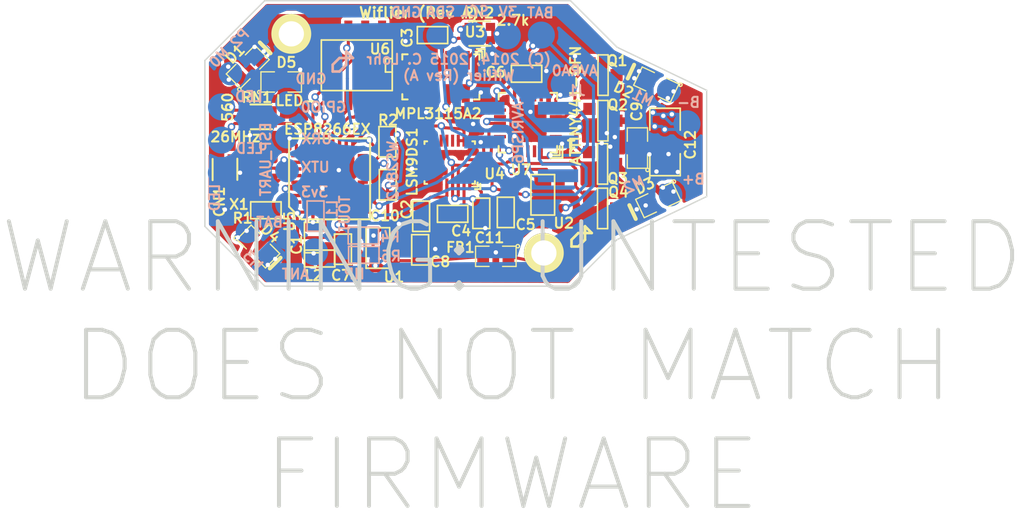
<source format=kicad_pcb>
(kicad_pcb (version 3) (host pcbnew "(2013-jul-07)-stable")
  (title_block (title Wiflier) (rev A))
  (layers (15 F.Cu signal) (0 B.Cu signal) (18 B.Paste user) (19 F.Paste user) (20 B.SilkS user) (21 F.SilkS user) (22 B.Mask user) (23 F.Mask user) (28 Edge.Cuts user))
  (net 0 "")
  (net 1 +3.3V)
  (net 2 +3.3VP)
  (net 3 +BATT)
  (net 4 AVRMISO)
  (net 5 AVRRST)
  (net 6 AVRVCC)
  (net 7 DISABLELV3)
  (net 8 GND)
  (net 9 GP5)
  (net 10 GPIO0)
  (net 11 GPIO2)
  (net 12 M0P)
  (net 13 M1P)
  (net 14 M2P)
  (net 15 M3P)
  (net 16 MTR0)
  (net 17 MTR1)
  (net 18 MTR2)
  (net 19 MTR3)
  (net 20 N-0000011)
  (net 21 N-0000012)
  (net 22 N-0000018)
  (net 23 N-0000020)
  (net 24 N-0000028)
  (net 25 N-0000029)
  (net 26 N-0000030)
  (net 27 N-0000037)
  (net 28 N-0000038)
  (net 29 N-0000040)
  (net 30 N-0000041)
  (net 31 N-0000044)
  (net 32 N-0000045)
  (net 33 N-0000049)
  (net 34 N-0000051)
  (net 35 N-0000052)
  (net 36 N-0000053)
  (net 37 SCL)
  (net 38 SDA)
  (net 39 TOUT)
  (net 40 URX)
  (net 41 UTX)
  (module QFN20 (layer F.Cu) (at 69.74332 58.41746 180)
    (fp_text reference U7 (at 0.5334 -3.48742 180) (layer F.SilkS) (effects (font (size 0.762 0.762) (thickness 0.1524))))
    (fp_text value ATTINY441-QFN (at -3.58648 1.34366 270) (layer F.SilkS) (effects (font (size 0.762 0.762) (thickness 0.1524))))
    (pad 21 smd rect (at 0 0 180) (size 2.75 2.75) (layers F.Cu F.Paste F.Mask) (net 8 GND))
    (pad 1 smd rect (at -2.1 -1 180) (size 0.9 0.25) (layers F.Cu F.Paste F.Mask) (net 37 SCL))
    (pad 2 smd rect (at -2.1 -0.5 180) (size 0.9 0.25) (layers F.Cu F.Paste F.Mask) (net 18 MTR2))
    (pad 3 smd rect (at -2.1 0 180) (size 0.9 0.25) (layers F.Cu F.Paste F.Mask) (net 17 MTR1))
    (pad 4 smd rect (at -2.1 0.5 180) (size 0.9 0.25) (layers F.Cu F.Paste F.Mask) (net 16 MTR0))
    (pad 5 smd rect (at -2.1 1 180) (size 0.9 0.25) (layers F.Cu F.Paste F.Mask) (net 21 N-0000012))
    (pad 6 smd rect (at -1 2.1 270) (size 0.9 0.25) (layers F.Cu F.Paste F.Mask))
    (pad 7 smd rect (at -0.5 2.1 270) (size 0.9 0.25) (layers F.Cu F.Paste F.Mask))
    (pad 8 smd rect (at 0 2.1 270) (size 0.9 0.25) (layers F.Cu F.Paste F.Mask) (net 8 GND))
    (pad 9 smd rect (at 0.5 2.1 270) (size 0.9 0.25) (layers F.Cu F.Paste F.Mask) (net 6 AVRVCC))
    (pad 10 smd rect (at 1 2.1 270) (size 0.9 0.25) (layers F.Cu F.Paste F.Mask))
    (pad 11 smd rect (at 2.1 1) (size 0.9 0.25) (layers F.Cu F.Paste F.Mask))
    (pad 12 smd rect (at 2.1 0.5) (size 0.9 0.25) (layers F.Cu F.Paste F.Mask))
    (pad 13 smd rect (at 2.1 0) (size 0.9 0.25) (layers F.Cu F.Paste F.Mask) (net 5 AVRRST))
    (pad 14 smd rect (at 2.1 -0.5) (size 0.9 0.25) (layers F.Cu F.Paste F.Mask) (net 19 MTR3))
    (pad 15 smd rect (at 2.1 -1) (size 0.9 0.25) (layers F.Cu F.Paste F.Mask) (net 7 DISABLELV3))
    (pad 16 smd rect (at 1 -2.1 90) (size 0.9 0.25) (layers F.Cu F.Paste F.Mask) (net 38 SDA))
    (pad 17 smd rect (at 0.5 -2.1 90) (size 0.9 0.25) (layers F.Cu F.Paste F.Mask))
    (pad 18 smd rect (at 0 -2.1 90) (size 0.9 0.25) (layers F.Cu F.Paste F.Mask))
    (pad 19 smd rect (at -0.5 -2.1 90) (size 0.9 0.25) (layers F.Cu F.Paste F.Mask))
    (pad 20 smd rect (at -1 -2.1 90) (size 0.9 0.25) (layers F.Cu F.Paste F.Mask) (net 4 AVRMISO))
  )
  (module RIBBON6SMT (layer B.Cu) (at 66.4718 57.27954 270)
    (fp_text reference J1 (at -1.33604 -6.9469 360) (layer B.SilkS) (effects (font (size 0.762 0.762) (thickness 0.1524)) (justify mirror)))
    (fp_text value AVRISP6 (at 1.85166 -2.54 270) (layer B.SilkS) (effects (font (size 0.762 0.762) (thickness 0.1524)) (justify mirror)))
    (pad 2 smd rect (at 0 0 270) (size 0.9652 3.0226) (layers B.Cu B.Paste B.Mask) (net 6 AVRVCC))
    (pad 4 smd rect (at 2.54 0 270) (size 0.9652 3.0226) (layers B.Cu B.Paste B.Mask) (net 38 SDA))
    (pad 6 smd rect (at 5.08 0 270) (size 0.9652 3.0226) (layers B.Cu B.Paste B.Mask) (net 8 GND))
    (pad 1 smd rect (at 0 -5.5372 270) (size 0.9652 3.0226) (layers B.Cu B.Paste B.Mask) (net 4 AVRMISO))
    (pad 3 smd rect (at 2.54 -5.5372 270) (size 0.9652 3.0226) (layers B.Cu B.Paste B.Mask) (net 37 SCL))
    (pad 5 smd rect (at 5.08 -5.5372 270) (size 0.9652 3.0226) (layers B.Cu B.Paste B.Mask) (net 5 AVRRST))
  )
  (module XTAL4P (layer F.Cu) (at 50.31486 60.61456 270)
    (fp_text reference X1 (at 3.90144 2.30886 360) (layer F.SilkS) (effects (font (size 0.762 0.762) (thickness 0.1524))))
    (fp_text value 26MHz (at -1.18094 2.56752 360) (layer F.SilkS) (effects (font (size 0.762 0.762) (thickness 0.1524))))
    (pad 4 smd rect (at 0 0 270) (size 1.397 1.1938) (layers F.Cu F.Paste F.Mask) (net 8 GND))
    (pad 1 smd rect (at 0 1.7018 270) (size 1.397 1.1938) (layers F.Cu F.Paste F.Mask) (net 34 N-0000051))
    (pad 3 smd rect (at 2.286 1.7018 270) (size 1.397 1.1938) (layers F.Cu F.Paste F.Mask) (net 8 GND))
    (pad 2 smd rect (at 2.286 0 270) (size 1.397 1.1938) (layers F.Cu F.Paste F.Mask) (net 28 N-0000038))
  )
  (module SOT23GDS (layer F.Cu) (at 75.3872 58.2168 90)
    (fp_text reference Q2 (at 1.1938 1.1176 180) (layer F.SilkS) (effects (font (size 0.762 0.762) (thickness 0.1524))))
    (fp_text value 7A_20V hide)
    (pad S smd rect (at -0.889 -1.016 90) (size 0.9144 0.9144) (layers F.Cu F.Paste F.Mask) (net 8 GND))
    (pad G smd rect (at 0.889 -1.016 90) (size 0.9144 0.9144) (layers F.Cu F.Paste F.Mask) (net 17 MTR1))
    (pad D smd rect (at 0 1.016 90) (size 0.9144 0.9144) (layers F.Cu F.Paste F.Mask) (net 13 M1P))
  )
  (module SOT23GDS (layer F.Cu) (at 75.39736 54.78272 90)
    (fp_text reference Q1 (at 1.08712 1.06934 180) (layer F.SilkS) (effects (font (size 0.762 0.762) (thickness 0.1524))))
    (fp_text value 7A_20V hide)
    (pad S smd rect (at -0.889 -1.016 90) (size 0.9144 0.9144) (layers F.Cu F.Paste F.Mask) (net 8 GND))
    (pad G smd rect (at 0.889 -1.016 90) (size 0.9144 0.9144) (layers F.Cu F.Paste F.Mask) (net 16 MTR0))
    (pad D smd rect (at 0 1.016 90) (size 0.9144 0.9144) (layers F.Cu F.Paste F.Mask) (net 12 M0P))
  )
  (module SOT23GDS (layer F.Cu) (at 75.3618 61.468 90)
    (fp_text reference Q3 (at -1.09982 1.14554 180) (layer F.SilkS) (effects (font (size 0.762 0.762) (thickness 0.1524))))
    (fp_text value 7A_20V hide)
    (pad S smd rect (at -0.889 -1.016 90) (size 0.9144 0.9144) (layers F.Cu F.Paste F.Mask) (net 8 GND))
    (pad G smd rect (at 0.889 -1.016 90) (size 0.9144 0.9144) (layers F.Cu F.Paste F.Mask) (net 18 MTR2))
    (pad D smd rect (at 0 1.016 90) (size 0.9144 0.9144) (layers F.Cu F.Paste F.Mask) (net 14 M2P))
  )
  (module SOT23GDS (layer F.Cu) (at 75.3618 64.8208 90)
    (fp_text reference Q4 (at 1.2192 1.1938 180) (layer F.SilkS) (effects (font (size 0.762 0.762) (thickness 0.1524))))
    (fp_text value 7A_20V hide)
    (pad S smd rect (at -0.889 -1.016 90) (size 0.9144 0.9144) (layers F.Cu F.Paste F.Mask) (net 8 GND))
    (pad G smd rect (at 0.889 -1.016 90) (size 0.9144 0.9144) (layers F.Cu F.Paste F.Mask) (net 19 MTR3))
    (pad D smd rect (at 0 1.016 90) (size 0.9144 0.9144) (layers F.Cu F.Paste F.Mask) (net 15 M3P))
  )
  (module SOT23-5 (layer F.Cu) (at 70.8637 63.7965 90)
    (fp_text reference U2 (at -2.1295 1.5803 180) (layer F.SilkS) (effects (font (size 0.762 0.762) (thickness 0.1524))))
    (fp_text value MCP1824/3.3 hide)
    (pad 1 smd rect (at -0.9525 1.27 90) (size 0.508 0.762) (layers F.Cu F.Paste F.Mask) (net 6 AVRVCC))
    (pad 3 smd rect (at 0.9525 1.27 90) (size 0.508 0.762) (layers F.Cu F.Paste F.Mask) (net 7 DISABLELV3))
    (pad 5 smd rect (at -0.9525 -1.27 90) (size 0.508 0.762) (layers F.Cu F.Paste F.Mask) (net 2 +3.3VP))
    (pad 2 smd rect (at 0 1.27 90) (size 0.508 0.762) (layers F.Cu F.Paste F.Mask) (net 8 GND))
    (pad 4 smd rect (at 0.9525 -1.27 90) (size 0.508 0.762) (layers F.Cu F.Paste F.Mask))
  )
  (module SOT23-5 (layer F.Cu) (at 58.4581 67.80022 90)
    (fp_text reference U1 (at -2.18186 1.21158 180) (layer F.SilkS) (effects (font (size 0.762 0.762) (thickness 0.1524))))
    (fp_text value MCP1824/3.3 hide)
    (pad 1 smd rect (at -0.9525 1.27 90) (size 0.508 0.762) (layers F.Cu F.Paste F.Mask) (net 6 AVRVCC))
    (pad 3 smd rect (at 0.9525 1.27 90) (size 0.508 0.762) (layers F.Cu F.Paste F.Mask) (net 6 AVRVCC))
    (pad 5 smd rect (at -0.9525 -1.27 90) (size 0.508 0.762) (layers F.Cu F.Paste F.Mask) (net 1 +3.3V))
    (pad 2 smd rect (at 0 1.27 90) (size 0.508 0.762) (layers F.Cu F.Paste F.Mask) (net 8 GND))
    (pad 4 smd rect (at 0.9525 -1.27 90) (size 0.508 0.762) (layers F.Cu F.Paste F.Mask))
  )
  (module SO8E (layer F.Cu) (at 56.8706 54.04358 180)
    (fp_text reference U6 (at -1.7421 1.2237 180) (layer F.SilkS) (effects (font (size 0.762 0.762) (thickness 0.1524))))
    (fp_text value W25Q80DV hide)
    (pad 8 smd rect (at -1.905 -2.667 180) (size 0.59944 1.39954) (layers F.Cu F.Paste F.Mask) (net 1 +3.3V))
    (pad 1 smd rect (at -1.905 2.667 180) (size 0.59944 1.39954) (layers F.Cu F.Paste F.Mask) (net 33 N-0000049))
    (pad 7 smd rect (at -0.635 -2.667 180) (size 0.59944 1.39954) (layers F.Cu F.Paste F.Mask) (net 36 N-0000053))
    (pad 6 smd rect (at 0.635 -2.667 180) (size 0.59944 1.39954) (layers F.Cu F.Paste F.Mask) (net 29 N-0000040))
    (pad 5 smd rect (at 1.905 -2.667 180) (size 0.59944 1.39954) (layers F.Cu F.Paste F.Mask) (net 32 N-0000045))
    (pad 2 smd rect (at -0.635 2.667 180) (size 0.59944 1.39954) (layers F.Cu F.Paste F.Mask) (net 31 N-0000044))
    (pad 3 smd rect (at 0.635 2.667 180) (size 0.59944 1.39954) (layers F.Cu F.Paste F.Mask) (net 35 N-0000052))
    (pad 4 smd rect (at 1.905 2.667 180) (size 0.59944 1.39954) (layers F.Cu F.Paste F.Mask) (net 8 GND))
  )
  (module SM1206 (layer F.Cu) (at 80.0608 59.817 90)
    (fp_text reference C12 (at -0.20828 1.905 90) (layer F.SilkS) (effects (font (size 0.762 0.762) (thickness 0.1524))))
    (fp_text value 100uF hide)
    (pad 1 smd rect (at -1.651 0 90) (size 1.524 2.032) (layers F.Cu F.Paste F.Mask) (net 3 +BATT))
    (pad 2 smd rect (at 1.651 0 90) (size 1.524 2.032) (layers F.Cu F.Paste F.Mask) (net 8 GND))
  )
  (module SM0603 (layer F.Cu) (at 54.07914 68.59524)
    (fp_text reference L2 (at -0.45974 1.27762) (layer F.SilkS) (effects (font (size 0.762 0.762) (thickness 0.1524))))
    (fp_text value NP hide)
    (pad 1 smd rect (at -0.762 0) (size 0.635 1.143) (layers F.Cu F.Paste F.Mask) (net 22 N-0000018))
    (pad 2 smd rect (at 0.762 0) (size 0.635 1.143) (layers F.Cu F.Paste F.Mask) (net 8 GND))
  )
  (module SM0603 (layer F.Cu) (at 64.08166 65.22974)
    (fp_text reference C4 (at 0.63754 1.29286) (layer F.SilkS) (effects (font (size 0.762 0.762) (thickness 0.1524))))
    (fp_text value .1u hide)
    (pad 1 smd rect (at -0.762 0) (size 0.635 1.143) (layers F.Cu F.Paste F.Mask) (net 8 GND))
    (pad 2 smd rect (at 0.762 0) (size 0.635 1.143) (layers F.Cu F.Paste F.Mask) (net 25 N-0000029))
  )
  (module SM0603 (layer F.Cu) (at 62.56782 51.76774 180)
    (fp_text reference C3 (at 1.91292 -0.20782 270) (layer F.SilkS) (effects (font (size 0.762 0.762) (thickness 0.1524))))
    (fp_text value .1u hide)
    (pad 1 smd rect (at -0.762 0 180) (size 0.635 1.143) (layers F.Cu F.Paste F.Mask) (net 23 N-0000020))
    (pad 2 smd rect (at 0.762 0 180) (size 0.635 1.143) (layers F.Cu F.Paste F.Mask) (net 8 GND))
  )
  (module SM0603 (layer F.Cu) (at 61.71438 65.41262 90)
    (fp_text reference C2 (at 0.51562 -1.08458 90) (layer F.SilkS) (effects (font (size 0.762 0.762) (thickness 0.1524))))
    (fp_text value 10nF hide)
    (pad 1 smd rect (at -0.762 0 90) (size 0.635 1.143) (layers F.Cu F.Paste F.Mask) (net 8 GND))
    (pad 2 smd rect (at 0.762 0 90) (size 0.635 1.143) (layers F.Cu F.Paste F.Mask) (net 26 N-0000030))
  )
  (module SM0603 (layer F.Cu) (at 68.07708 65.12052 270)
    (fp_text reference C5 (at 0.91948 -1.49352 360) (layer F.SilkS) (effects (font (size 0.762 0.762) (thickness 0.1524))))
    (fp_text value .1u hide)
    (pad 1 smd rect (at -0.762 0 270) (size 0.635 1.143) (layers F.Cu F.Paste F.Mask) (net 2 +3.3VP))
    (pad 2 smd rect (at 0.762 0 270) (size 0.635 1.143) (layers F.Cu F.Paste F.Mask) (net 8 GND))
  )
  (module SM0603 (layer F.Cu) (at 69.64426 54.68112 180)
    (fp_text reference C6 (at 2.33172 0.1143 180) (layer F.SilkS) (effects (font (size 0.762 0.762) (thickness 0.1524))))
    (fp_text value 1u hide)
    (pad 1 smd rect (at -0.762 0 180) (size 0.635 1.143) (layers F.Cu F.Paste F.Mask) (net 8 GND))
    (pad 2 smd rect (at 0.762 0 180) (size 0.635 1.143) (layers F.Cu F.Paste F.Mask) (net 6 AVRVCC))
  )
  (module SM0603 (layer F.Cu) (at 66.24066 65.19164 270)
    (fp_text reference C11 (at 1.83896 -0.61214 360) (layer F.SilkS) (effects (font (size 0.762 0.762) (thickness 0.1524))))
    (fp_text value 10uF hide)
    (pad 1 smd rect (at -0.762 0 270) (size 0.635 1.143) (layers F.Cu F.Paste F.Mask) (net 2 +3.3VP))
    (pad 2 smd rect (at 0.762 0 270) (size 0.635 1.143) (layers F.Cu F.Paste F.Mask) (net 8 GND))
  )
  (module SM0603 (layer B.Cu) (at 53.76672 65.40246 90)
    (fp_text reference L1 (at 0.55626 1.25476 90) (layer B.SilkS) (effects (font (size 0.762 0.762) (thickness 0.1524)) (justify mirror)))
    (fp_text value NP hide)
    (pad 1 smd rect (at -0.762 0 90) (size 0.635 1.143) (layers B.Cu B.Paste B.Mask) (net 20 N-0000011))
    (pad 2 smd rect (at 0.762 0 90) (size 0.635 1.143) (layers B.Cu B.Paste B.Mask) (net 8 GND))
  )
  (module SM0603 (layer F.Cu) (at 59.19978 63.03772 90)
    (fp_text reference C10 (at -2.33934 -0.20574 180) (layer F.SilkS) (effects (font (size 0.762 0.762) (thickness 0.1524))))
    (fp_text value 10uF hide)
    (pad 1 smd rect (at -0.762 0 90) (size 0.635 1.143) (layers F.Cu F.Paste F.Mask) (net 1 +3.3V))
    (pad 2 smd rect (at 0.762 0 90) (size 0.635 1.143) (layers F.Cu F.Paste F.Mask) (net 8 GND))
  )
  (module SM0603 (layer F.Cu) (at 61.63818 67.93992 90)
    (fp_text reference C8 (at -0.89408 1.50622 180) (layer F.SilkS) (effects (font (size 0.762 0.762) (thickness 0.1524))))
    (fp_text value 10uF hide)
    (pad 1 smd rect (at -0.762 0 90) (size 0.635 1.143) (layers F.Cu F.Paste F.Mask) (net 6 AVRVCC))
    (pad 2 smd rect (at 0.762 0 90) (size 0.635 1.143) (layers F.Cu F.Paste F.Mask) (net 8 GND))
  )
  (module SM0603 (layer F.Cu) (at 53.5686 67.01536 270)
    (fp_text reference C1 (at 0.54356 1.22682 270) (layer F.SilkS) (effects (font (size 0.762 0.762) (thickness 0.1524))))
    (fp_text value 5.6pF hide)
    (pad 1 smd rect (at -0.762 0 270) (size 0.635 1.143) (layers F.Cu F.Paste F.Mask) (net 20 N-0000011))
    (pad 2 smd rect (at 0.762 0 270) (size 0.635 1.143) (layers F.Cu F.Paste F.Mask) (net 22 N-0000018))
  )
  (module QFN32 (layer F.Cu) (at 54.8237 62.5972 90)
    (fp_text reference U5 (at -3.19388 -3.01024 90) (layer F.SilkS) (effects (font (size 0.762 0.762) (thickness 0.1524))))
    (fp_text value ESP8266EX (at 3.74032 -0.17306 180) (layer F.SilkS) (effects (font (size 0.762 0.762) (thickness 0.1524))))
    (pad 31 smd rect (at -1.24968 -2.49936 90) (size 0.254 0.762) (layers F.Cu F.Paste F.Mask) (net 30 N-0000041))
    (pad 30 smd rect (at -0.7493 -2.49936 90) (size 0.254 0.762) (layers F.Cu F.Paste F.Mask) (net 1 +3.3V))
    (pad 29 smd rect (at -0.24892 -2.49936 90) (size 0.254 0.762) (layers F.Cu F.Paste F.Mask) (net 1 +3.3V))
    (pad 32 smd rect (at -1.75006 -2.49936 90) (size 0.254 0.762) (layers F.Cu F.Paste F.Mask))
    (pad 1 smd rect (at -2.49936 -1.75006 180) (size 0.254 0.762) (layers F.Cu F.Paste F.Mask) (net 1 +3.3V))
    (pad 2 smd rect (at -2.49936 -1.24968 180) (size 0.254 0.762) (layers F.Cu F.Paste F.Mask) (net 20 N-0000011))
    (pad 3 smd rect (at -2.49936 -0.7493 180) (size 0.254 0.762) (layers F.Cu F.Paste F.Mask) (net 1 +3.3V))
    (pad 4 smd rect (at -2.49936 -0.24892 180) (size 0.254 0.762) (layers F.Cu F.Paste F.Mask) (net 1 +3.3V))
    (pad 5 smd rect (at -2.49936 0.24892 180) (size 0.254 0.762) (layers F.Cu F.Paste F.Mask))
    (pad 6 smd rect (at -2.49936 0.7493 180) (size 0.254 0.762) (layers F.Cu F.Paste F.Mask) (net 39 TOUT))
    (pad 7 smd rect (at -2.49936 1.24968 180) (size 0.254 0.762) (layers F.Cu F.Paste F.Mask) (net 1 +3.3V))
    (pad 8 smd rect (at -2.49936 1.75006 180) (size 0.254 0.762) (layers F.Cu F.Paste F.Mask))
    (pad 16 smd rect (at 1.75006 2.49936 90) (size 0.254 0.762) (layers F.Cu F.Paste F.Mask))
    (pad 9 smd rect (at -1.75006 2.49936 90) (size 0.254 0.762) (layers F.Cu F.Paste F.Mask) (net 37 SCL))
    (pad 10 smd rect (at -1.24968 2.49936 90) (size 0.254 0.762) (layers F.Cu F.Paste F.Mask) (net 38 SDA))
    (pad 11 smd rect (at -0.7493 2.49936 90) (size 0.254 0.762) (layers F.Cu F.Paste F.Mask) (net 1 +3.3V))
    (pad 12 smd rect (at -0.24892 2.49936 90) (size 0.254 0.762) (layers F.Cu F.Paste F.Mask) (net 1 +3.3V))
    (pad 13 smd rect (at 0.24892 2.49936 90) (size 0.254 0.762) (layers F.Cu F.Paste F.Mask) (net 8 GND))
    (pad 14 smd rect (at 0.7493 2.49936 90) (size 0.254 0.762) (layers F.Cu F.Paste F.Mask) (net 11 GPIO2))
    (pad 15 smd rect (at 1.24968 2.49936 90) (size 0.254 0.762) (layers F.Cu F.Paste F.Mask) (net 10 GPIO0))
    (pad 17 smd rect (at 2.49936 1.75006 180) (size 0.254 0.762) (layers F.Cu F.Paste F.Mask) (net 1 +3.3V))
    (pad 18 smd rect (at 2.49936 1.24968 180) (size 0.254 0.762) (layers F.Cu F.Paste F.Mask) (net 36 N-0000053))
    (pad 19 smd rect (at 2.49936 0.7493 180) (size 0.254 0.762) (layers F.Cu F.Paste F.Mask) (net 35 N-0000052))
    (pad 20 smd rect (at 2.49936 0.24892 180) (size 0.254 0.762) (layers F.Cu F.Paste F.Mask) (net 33 N-0000049))
    (pad 21 smd rect (at 2.49936 -0.24892 180) (size 0.254 0.762) (layers F.Cu F.Paste F.Mask) (net 29 N-0000040))
    (pad 22 smd rect (at 2.49936 -0.7493 180) (size 0.254 0.762) (layers F.Cu F.Paste F.Mask) (net 31 N-0000044))
    (pad 23 smd rect (at 2.49936 -1.24968 180) (size 0.254 0.762) (layers F.Cu F.Paste F.Mask) (net 32 N-0000045))
    (pad 24 smd rect (at 2.49936 -1.75006 180) (size 0.254 0.762) (layers F.Cu F.Paste F.Mask) (net 9 GP5))
    (pad 25 smd rect (at 1.75006 -2.49936 90) (size 0.254 0.762) (layers F.Cu F.Paste F.Mask) (net 40 URX))
    (pad 26 smd rect (at 1.24968 -2.49936 90) (size 0.254 0.762) (layers F.Cu F.Paste F.Mask) (net 41 UTX))
    (pad 27 smd rect (at 0.7493 -2.49936 90) (size 0.254 0.762) (layers F.Cu F.Paste F.Mask) (net 34 N-0000051))
    (pad 28 smd rect (at 0.24892 -2.49936 90) (size 0.254 0.762) (layers F.Cu F.Paste F.Mask) (net 28 N-0000038))
    (pad 33 smd rect (at 0 0 90) (size 2.99974 2.99974) (layers F.Cu F.Paste F.Mask) (net 8 GND))
  )
  (module NETWORK0606 (layer F.Cu) (at 46.95444 61.89472 90)
    (fp_text reference CN1 (at -2.42824 -0.4191 90) (layer F.SilkS) (effects (font (size 0.762 0.762) (thickness 0.1524))))
    (fp_text value 10p hide)
    (pad 1 smd rect (at -0.8 -0.5 90) (size 0.7 0.6) (layers F.Cu F.Paste F.Mask) (net 28 N-0000038))
    (pad 2 smd rect (at 0.8 -0.5 90) (size 0.7 0.6) (layers F.Cu F.Paste F.Mask) (net 8 GND))
    (pad 3 smd rect (at -0.8 0.5 90) (size 0.7 0.6) (layers F.Cu F.Paste F.Mask) (net 8 GND))
    (pad 4 smd rect (at 0.8 0.5 90) (size 0.7 0.6) (layers F.Cu F.Paste F.Mask) (net 34 N-0000051))
  )
  (module SMT_1x6 (layer B.Cu) (at 51.6255 60.6933 270)
    (fp_text reference P32 hide)
    (fp_text value ESP_UART (at 0.43434 1.61036 270) (layer B.SilkS) (effects (font (size 0.762 0.762) (thickness 0.1524)) (justify mirror)))
    (pad 1 smd rect (at -6.35 0 270) (size 1.778 1.778) (layers B.Cu B.Paste B.Mask) (net 8 GND))
    (pad 2 smd circle (at -3.81 0 270) (size 1.778 1.778) (layers B.Cu B.Paste B.Mask) (net 10 GPIO0))
    (pad 3 smd circle (at -1.27 0 270) (size 1.778 1.778) (layers B.Cu B.Paste B.Mask) (net 40 URX))
    (pad 4 smd circle (at 1.27 0 270) (size 1.778 1.778) (layers B.Cu B.Paste B.Mask) (net 41 UTX))
    (pad 5 smd circle (at 3.81 0 270) (size 1.778 1.778) (layers B.Cu B.Paste B.Mask) (net 1 +3.3V))
    (pad 6 smd circle (at 6.35 0 270) (size 1.778 1.778) (layers B.Cu B.Paste B.Mask) (net 3 +BATT))
  )
  (module .1SMTPIN (layer B.Cu) (at 53.68798 68.08978)
    (fp_text reference P6 hide)
    (fp_text value ANT (at -1.43002 1.67894) (layer B.SilkS) (effects (font (size 0.762 0.762) (thickness 0.1524)) (justify mirror)))
    (pad 1 smd circle (at 0 0) (size 2.032 2.032) (layers B.Cu B.Paste B.Mask) (net 22 N-0000018))
  )
  (module SMT_1x2 (layer B.Cu) (at 48.26508 53.76672 225)
    (fp_text reference P2 (at -1.099183 1.390144 225) (layer B.SilkS) (effects (font (size 0.762 0.762) (thickness 0.1524)) (justify mirror)))
    (fp_text value M0 (at 1.003993 1.438637 225) (layer B.SilkS) (effects (font (size 0.762 0.762) (thickness 0.1524)) (justify mirror)))
    (pad 1 smd rect (at -1.27 0 225) (size 1.778 1.778) (layers B.Cu B.Paste B.Mask) (net 3 +BATT))
    (pad 2 smd circle (at 1.27 0 225) (size 1.778 1.778) (layers B.Cu B.Paste B.Mask) (net 12 M0P))
  )
  (module SMT_1x2 (layer B.Cu) (at 79.194 55.426 335)
    (fp_text reference P3 hide)
    (fp_text value M1 (at -0.28425 1.306101 335) (layer B.SilkS) (effects (font (size 0.762 0.762) (thickness 0.1524)) (justify mirror)))
    (pad 1 smd rect (at -1.27 0 335) (size 1.778 1.778) (layers B.Cu B.Paste B.Mask) (net 3 +BATT))
    (pad 2 smd circle (at 1.27 0 335) (size 1.778 1.778) (layers B.Cu B.Paste B.Mask) (net 13 M1P))
  )
  (module SMT_1x2 (layer B.Cu) (at 79.3242 64.3128 25)
    (fp_text reference P4 hide)
    (fp_text value M2 (at -0.913549 -1.827285 25) (layer B.SilkS) (effects (font (size 0.762 0.762) (thickness 0.1524)) (justify mirror)))
    (pad 1 smd rect (at -1.27 0 25) (size 1.778 1.778) (layers B.Cu B.Paste B.Mask) (net 3 +BATT))
    (pad 2 smd circle (at 1.27 0 25) (size 1.778 1.778) (layers B.Cu B.Paste B.Mask) (net 14 M2P))
  )
  (module SMT_1x2 (layer B.Cu) (at 49.55032 67.4497 135)
    (fp_text reference P5 hide)
    (fp_text value M3 (at -0.562164 -1.269808 135) (layer B.SilkS) (effects (font (size 0.762 0.762) (thickness 0.1524)) (justify mirror)))
    (pad 1 smd rect (at -1.27 0 135) (size 1.778 1.778) (layers B.Cu B.Paste B.Mask) (net 3 +BATT))
    (pad 2 smd circle (at 1.27 0 135) (size 1.778 1.778) (layers B.Cu B.Paste B.Mask) (net 15 M3P))
  )
  (module .1SMTPIN (layer B.Cu) (at 81.7118 58.4454)
    (fp_text reference P24 hide)
    (fp_text value B- (at 0.12192 -1.61036) (layer B.SilkS) (effects (font (size 0.762 0.762) (thickness 0.1524)) (justify mirror)))
    (pad 1 smd circle (at 0 0) (size 2.032 2.032) (layers B.Cu B.Paste B.Mask) (net 8 GND))
  )
  (module .1SMTPIN (layer B.Cu) (at 81.6102 61.1124)
    (fp_text reference P21 hide)
    (fp_text value B+ (at 0.57912 1.50114) (layer B.SilkS) (effects (font (size 0.762 0.762) (thickness 0.1524)) (justify mirror)))
    (pad 1 smd circle (at 0 0) (size 2.032 2.032) (layers B.Cu B.Paste B.Mask) (net 3 +BATT))
  )
  (module .1SMTPIN (layer B.Cu) (at 57.59704 61.75756)
    (fp_text reference P1 hide)
    (fp_text value WS2812 (at 1.97358 0.21844 90) (layer B.SilkS) (effects (font (size 0.762 0.762) (thickness 0.1524)) (justify mirror)))
    (pad 1 smd circle (at 0 0) (size 2.032 2.032) (layers B.Cu B.Paste B.Mask) (net 11 GPIO2))
  )
  (module HOLE-1.9MM (layer F.Cu) (at 51.944 51.676)
    (fp_text reference P7 hide)
    (fp_text value ~ hide)
    (pad 1 thru_hole circle (at 0 0) (size 3 3) (drill 1.9) (layers *.Cu *.Mask F.SilkS) (net 8 GND))
  )
  (module HOLE-1.9MM (layer F.Cu) (at 70.944 68.176)
    (fp_text reference P8 hide)
    (fp_text value ~ hide)
    (pad 1 thru_hole circle (at 0 0) (size 3 3) (drill 1.9) (layers *.Cu *.Mask F.SilkS) (net 3 +BATT))
  )
  (module SM0603 (layer F.Cu) (at 55.8292 67.8942 270)
    (fp_text reference C7 (at 1.96596 0.14224 360) (layer F.SilkS) (effects (font (size 0.762 0.762) (thickness 0.1524))))
    (fp_text value 1uF hide)
    (pad 1 smd rect (at -0.762 0 270) (size 0.635 1.143) (layers F.Cu F.Paste F.Mask) (net 1 +3.3V))
    (pad 2 smd rect (at 0.762 0 270) (size 0.635 1.143) (layers F.Cu F.Paste F.Mask) (net 8 GND))
  )
  (module .1SMTPIN (layer B.Cu) (at 63.119 51.816)
    (fp_text reference P9 hide)
    (fp_text value SDA (at 0.0762 -1.778) (layer B.SilkS) (effects (font (size 0.762 0.762) (thickness 0.1524)) (justify mirror)))
    (pad 1 smd circle (at 0 0) (size 2.032 2.032) (layers B.Cu B.Paste B.Mask) (net 38 SDA))
  )
  (module .1SMTPIN (layer B.Cu) (at 65.659 51.816)
    (fp_text reference P10 hide)
    (fp_text value SCL (at 0.0762 -1.8288) (layer B.SilkS) (effects (font (size 0.762 0.762) (thickness 0.1524)) (justify mirror)))
    (pad 1 smd circle (at 0 0) (size 2.032 2.032) (layers B.Cu B.Paste B.Mask) (net 37 SCL))
  )
  (module SM0603 (layer F.Cu) (at 50.03292 64.9605)
    (fp_text reference R1 (at -1.74752 0.5969) (layer F.SilkS) (effects (font (size 0.762 0.762) (thickness 0.1524))))
    (fp_text value 12k hide)
    (pad 1 smd rect (at -0.762 0) (size 0.635 1.143) (layers F.Cu F.Paste F.Mask) (net 8 GND))
    (pad 2 smd rect (at 0.762 0) (size 0.635 1.143) (layers F.Cu F.Paste F.Mask) (net 30 N-0000041))
  )
  (module SM0603 (layer F.Cu) (at 59.17438 59.80176 90)
    (fp_text reference R2 (at 1.6284 0.0476 180) (layer F.SilkS) (effects (font (size 0.762 0.762) (thickness 0.1524))))
    (fp_text value 12k hide)
    (pad 1 smd rect (at -0.762 0 90) (size 0.635 1.143) (layers F.Cu F.Paste F.Mask) (net 10 GPIO0))
    (pad 2 smd rect (at 0.762 0 90) (size 0.635 1.143) (layers F.Cu F.Paste F.Mask) (net 1 +3.3V))
  )
  (module .1SMTPIN (layer B.Cu) (at 68.199 51.816)
    (fp_text reference P11 hide)
    (fp_text value 3V (at 0.0508 -1.778) (layer B.SilkS) (effects (font (size 0.762 0.762) (thickness 0.1524)) (justify mirror)))
    (pad 1 smd circle (at 0 0) (size 2.032 2.032) (layers B.Cu B.Paste B.Mask) (net 2 +3.3VP))
  )
  (module .1SMTPIN (layer B.Cu) (at 60.579 51.816)
    (fp_text reference P12 hide)
    (fp_text value GND (at 0 -1.7526) (layer B.SilkS) (effects (font (size 0.762 0.762) (thickness 0.1524)) (justify mirror)))
    (pad 1 smd circle (at 0 0) (size 2.032 2.032) (layers B.Cu B.Paste B.Mask) (net 8 GND))
  )
  (module NETWORK0606 (layer F.Cu) (at 49.694 57.926 180)
    (fp_text reference RN1 (at 0.3418 1.4618 180) (layer F.SilkS) (effects (font (size 0.762 0.762) (thickness 0.1524))))
    (fp_text value 560 (at 2.54144 0.72774 270) (layer F.SilkS) (effects (font (size 0.762 0.762) (thickness 0.1524))))
    (pad 1 smd rect (at -0.8 -0.5 180) (size 0.7 0.6) (layers F.Cu F.Paste F.Mask) (net 9 GP5))
    (pad 2 smd rect (at 0.8 -0.5 180) (size 0.7 0.6) (layers F.Cu F.Paste F.Mask) (net 24 N-0000028))
    (pad 3 smd rect (at -0.8 0.5 180) (size 0.7 0.6) (layers F.Cu F.Paste F.Mask) (net 9 GP5))
    (pad 4 smd rect (at 0.8 0.5 180) (size 0.7 0.6) (layers F.Cu F.Paste F.Mask) (net 27 N-0000037))
  )
  (module .1SMTPIN (layer B.Cu) (at 46.694 59.676)
    (fp_text reference P13 hide)
    (fp_text value LED (at 2.11718 0.62614) (layer B.SilkS) (effects (font (size 0.762 0.762) (thickness 0.1524)) (justify mirror)))
    (pad 1 smd circle (at 0 0) (size 2.032 2.032) (layers B.Cu B.Paste B.Mask) (net 24 N-0000028))
  )
  (module .1SMTPIN (layer B.Cu) (at 46.694 57.176)
    (fp_text reference P14 hide)
    (fp_text value LED (at 2.05876 -0.78292) (layer B.SilkS) (effects (font (size 0.762 0.762) (thickness 0.1524)) (justify mirror)))
    (pad 1 smd circle (at 0 0) (size 2.032 2.032) (layers B.Cu B.Paste B.Mask) (net 27 N-0000037))
  )
  (module .1SMTPIN (layer B.Cu) (at 46.68266 62.13348)
    (fp_text reference P15 hide)
    (fp_text value LED (at -0.51308 1.87198 90) (layer B.SilkS) (effects (font (size 0.762 0.762) (thickness 0.1524)) (justify mirror)))
    (pad 1 smd circle (at 0 0) (size 2.032 2.032) (layers B.Cu B.Paste B.Mask) (net 8 GND))
  )
  (module .1SMTPIN (layer B.Cu) (at 70.75678 51.76774)
    (fp_text reference P16 hide)
    (fp_text value BAT (at -0.07112 -1.67132) (layer B.SilkS) (effects (font (size 0.762 0.762) (thickness 0.1524)) (justify mirror)))
    (pad 1 smd circle (at 0 0) (size 2.032 2.032) (layers B.Cu B.Paste B.Mask) (net 6 AVRVCC))
  )
  (module LGA-24B (layer F.Cu) (at 63.86322 61.36894 180)
    (fp_text reference U4 (at -3.37566 -0.84836 180) (layer F.SilkS) (effects (font (size 0.762 0.762) (thickness 0.1524))))
    (fp_text value LSM9DS1 (at 2.82956 0.05334 270) (layer F.SilkS) (effects (font (size 0.762 0.762) (thickness 0.1524))))
    (pad 1 smd rect (at -1.505 -1.65 270) (size 0.9 0.23) (layers F.Cu F.Paste F.Mask) (net 2 +3.3VP))
    (pad 2 smd rect (at -1.778 -0.645 180) (size 0.9 0.23) (layers F.Cu F.Paste F.Mask) (net 37 SCL))
    (pad 3 smd rect (at -1.778 -0.215 180) (size 0.9 0.23) (layers F.Cu F.Paste F.Mask) (net 2 +3.3VP))
    (pad 4 smd rect (at -1.778 0.215 180) (size 0.9 0.23) (layers F.Cu F.Paste F.Mask) (net 38 SDA))
    (pad 5 smd rect (at -1.778 0.645 180) (size 0.9 0.23) (layers F.Cu F.Paste F.Mask) (net 8 GND))
    (pad 6 smd rect (at -1.505 1.65 270) (size 0.9 0.23) (layers F.Cu F.Paste F.Mask) (net 8 GND))
    (pad 7 smd rect (at -1.075 1.65 270) (size 0.9 0.23) (layers F.Cu F.Paste F.Mask) (net 2 +3.3VP))
    (pad 8 smd rect (at -0.645 1.65 270) (size 0.9 0.23) (layers F.Cu F.Paste F.Mask) (net 2 +3.3VP))
    (pad 9 smd rect (at -0.215 1.65 270) (size 0.9 0.23) (layers F.Cu F.Paste F.Mask))
    (pad 10 smd rect (at 0.215 1.65 270) (size 0.9 0.23) (layers F.Cu F.Paste F.Mask))
    (pad 11 smd rect (at 0.645 1.65 270) (size 0.9 0.23) (layers F.Cu F.Paste F.Mask))
    (pad 12 smd rect (at 1.075 1.65 270) (size 0.9 0.23) (layers F.Cu F.Paste F.Mask))
    (pad 13 smd rect (at 1.505 1.65 270) (size 0.9 0.23) (layers F.Cu F.Paste F.Mask) (net 8 GND))
    (pad 14 smd rect (at 1.778 0.645 180) (size 0.9 0.23) (layers F.Cu F.Paste F.Mask) (net 8 GND))
    (pad 15 smd rect (at 1.778 0.215 180) (size 0.9 0.23) (layers F.Cu F.Paste F.Mask) (net 8 GND))
    (pad 16 smd rect (at 1.778 -0.215 180) (size 0.9 0.23) (layers F.Cu F.Paste F.Mask) (net 8 GND))
    (pad 17 smd rect (at 1.778 -0.645 180) (size 0.9 0.23) (layers F.Cu F.Paste F.Mask) (net 8 GND))
    (pad 18 smd rect (at 1.505 -1.65 270) (size 0.9 0.23) (layers F.Cu F.Paste F.Mask) (net 8 GND))
    (pad 19 smd rect (at 1.075 -1.65 270) (size 0.9 0.23) (layers F.Cu F.Paste F.Mask) (net 8 GND))
    (pad 20 smd rect (at 0.645 -1.65 270) (size 0.9 0.23) (layers F.Cu F.Paste F.Mask) (net 8 GND))
    (pad 21 smd rect (at 0.215 -1.65 270) (size 0.9 0.23) (layers F.Cu F.Paste F.Mask) (net 26 N-0000030))
    (pad 22 smd rect (at -0.215 -1.65 270) (size 0.9 0.23) (layers F.Cu F.Paste F.Mask) (net 2 +3.3VP))
    (pad 23 smd rect (at -0.645 -1.65 270) (size 0.9 0.23) (layers F.Cu F.Paste F.Mask) (net 2 +3.3VP))
    (pad 24 smd rect (at -1.075 -1.65 270) (size 0.9 0.23) (layers F.Cu F.Paste F.Mask) (net 25 N-0000029))
  )
  (module SM0603 (layer B.Cu) (at 57.36844 66.8655 180)
    (fp_text reference R4 (at -1.99898 -0.09906 180) (layer B.SilkS) (effects (font (size 0.762 0.762) (thickness 0.1524)) (justify mirror)))
    (fp_text value 12k hide)
    (pad 1 smd rect (at -0.762 0 180) (size 0.635 1.143) (layers B.Cu B.Paste B.Mask) (net 1 +3.3V))
    (pad 2 smd rect (at 0.762 0 180) (size 0.635 1.143) (layers B.Cu B.Paste B.Mask) (net 39 TOUT))
  )
  (module SM0603 (layer B.Cu) (at 57.40146 68.31838)
    (fp_text reference R5 (at 2.04724 0.09144) (layer B.SilkS) (effects (font (size 0.762 0.762) (thickness 0.1524)) (justify mirror)))
    (fp_text value NP (at -0.71882 1.44018) (layer B.SilkS) (effects (font (size 0.762 0.762) (thickness 0.1524)) (justify mirror)))
    (pad 1 smd rect (at -0.762 0) (size 0.635 1.143) (layers B.Cu B.Paste B.Mask) (net 39 TOUT))
    (pad 2 smd rect (at 0.762 0) (size 0.635 1.143) (layers B.Cu B.Paste B.Mask) (net 8 GND))
  )
  (module .1SMTPIN (layer B.Cu) (at 56.1213 67.65544)
    (fp_text reference P17 hide)
    (fp_text value TOUT (at -0.1651 -2.42316 90) (layer B.SilkS) (effects (font (size 0.762 0.762) (thickness 0.1524)) (justify mirror)))
    (pad 1 smd circle (at 0 0) (size 2.032 2.032) (layers B.Cu B.Paste B.Mask) (net 39 TOUT))
  )
  (module SM0805 (layer F.Cu) (at 48.66894 54.15534 45)
    (fp_text reference D1 (at 0 -1.347038 45) (layer F.SilkS) (effects (font (size 0.762 0.762) (thickness 0.1524))))
    (fp_text value 20V_500mA hide)
    (pad 1 smd rect (at -0.9525 0 45) (size 0.889 1.397) (layers F.Cu F.Paste F.Mask) (net 12 M0P))
    (pad 2 smd rect (at 0.9525 0 45) (size 0.889 1.397) (layers F.Cu F.Paste F.Mask) (net 3 +BATT))
  )
  (module SM0805 (layer F.Cu) (at 79.4004 55.499 155)
    (fp_text reference D2 (at 2.057368 -1.393766 155) (layer F.SilkS) (effects (font (size 0.762 0.762) (thickness 0.1524))))
    (fp_text value 20V_500mA hide)
    (pad 1 smd rect (at -0.9525 0 155) (size 0.889 1.397) (layers F.Cu F.Paste F.Mask) (net 13 M1P))
    (pad 2 smd rect (at 0.9525 0 155) (size 0.889 1.397) (layers F.Cu F.Paste F.Mask) (net 3 +BATT))
  )
  (module SM0805 (layer F.Cu) (at 79.5528 64.1858 205)
    (fp_text reference D3 (at 0.469804 1.390552 205) (layer F.SilkS) (effects (font (size 0.762 0.762) (thickness 0.1524))))
    (fp_text value 20V_500mA hide)
    (pad 1 smd rect (at -0.9525 0 205) (size 0.889 1.397) (layers F.Cu F.Paste F.Mask) (net 14 M2P))
    (pad 2 smd rect (at 0.9525 0 205) (size 0.889 1.397) (layers F.Cu F.Paste F.Mask) (net 3 +BATT))
  )
  (module SM0805 (layer F.Cu) (at 49.46142 67.68846 315)
    (fp_text reference D4 (at -0.053882 -1.347038 315) (layer F.SilkS) (effects (font (size 0.762 0.762) (thickness 0.1524))))
    (fp_text value 20V_500mA hide)
    (pad 1 smd rect (at -0.9525 0 315) (size 0.889 1.397) (layers F.Cu F.Paste F.Mask) (net 15 M3P))
    (pad 2 smd rect (at 0.9525 0 315) (size 0.889 1.397) (layers F.Cu F.Paste F.Mask) (net 3 +BATT))
  )
  (module SM0805 (layer F.Cu) (at 51.18354 55.29834)
    (fp_text reference D5 (at 0.38862 -1.4732) (layer F.SilkS) (effects (font (size 0.762 0.762) (thickness 0.1524))))
    (fp_text value LED- (at 1.09982 1.40716) (layer F.SilkS) (effects (font (size 0.762 0.762) (thickness 0.1524))))
    (pad 1 smd rect (at -0.9525 0) (size 0.889 1.397) (layers F.Cu F.Paste F.Mask) (net 27 N-0000037))
    (pad 2 smd rect (at 0.9525 0) (size 0.889 1.397) (layers F.Cu F.Paste F.Mask) (net 8 GND))
  )
  (module MPL3115A2 (layer F.Cu) (at 63.1952 54.9148 270)
    (fp_text reference U3 (at -3.3782 -2.5654 360) (layer F.SilkS) (effects (font (size 0.762 0.762) (thickness 0.1524))))
    (fp_text value MPL3115A2 (at 2.7686 0.2159 360) (layer F.SilkS) (effects (font (size 0.762 0.762) (thickness 0.1524))))
    (pad 1 smd rect (at -1.25 -1.875 270) (size 1.4 0.6) (layers F.Cu F.Paste F.Mask) (net 2 +3.3VP))
    (pad 2 smd rect (at -1.25 -0.625 270) (size 1.4 0.6) (layers F.Cu F.Paste F.Mask) (net 23 N-0000020))
    (pad 3 smd rect (at -1.25 0.625 270) (size 1.4 0.6) (layers F.Cu F.Paste F.Mask) (net 8 GND))
    (pad 4 smd rect (at -1.25 1.875 270) (size 1.4 0.6) (layers F.Cu F.Paste F.Mask) (net 2 +3.3VP))
    (pad 5 smd rect (at 1.25 1.875 270) (size 1.4 0.6) (layers F.Cu F.Paste F.Mask))
    (pad 6 smd rect (at 1.25 0.625 270) (size 1.4 0.6) (layers F.Cu F.Paste F.Mask))
    (pad 7 smd rect (at 1.25 -0.625 270) (size 1.4 0.6) (layers F.Cu F.Paste F.Mask) (net 38 SDA))
    (pad 8 smd rect (at 1.25 -1.875 270) (size 1.4 0.6) (layers F.Cu F.Paste F.Mask) (net 37 SCL))
  )
  (module NETWORK0606 (layer F.Cu) (at 66.12636 51.64836 180)
    (fp_text reference RN2 (at 0.07112 1.54686 180) (layer F.SilkS) (effects (font (size 0.762 0.762) (thickness 0.1524))))
    (fp_text value 2.7k (at -2.49936 0.9906 180) (layer F.SilkS) (effects (font (size 0.762 0.762) (thickness 0.1524))))
    (pad 1 smd rect (at -0.8 -0.5 180) (size 0.7 0.6) (layers F.Cu F.Paste F.Mask) (net 2 +3.3VP))
    (pad 2 smd rect (at 0.8 -0.5 180) (size 0.7 0.6) (layers F.Cu F.Paste F.Mask) (net 38 SDA))
    (pad 3 smd rect (at -0.8 0.5 180) (size 0.7 0.6) (layers F.Cu F.Paste F.Mask) (net 2 +3.3VP))
    (pad 4 smd rect (at 0.8 0.5 180) (size 0.7 0.6) (layers F.Cu F.Paste F.Mask) (net 37 SCL))
  )
  (module .1SMTPIN (layer B.Cu) (at 72.47382 55.4736)
    (fp_text reference P18 hide)
    (fp_text value AVRA0 (at 0.8001 -1.02108) (layer B.SilkS) (effects (font (size 0.762 0.762) (thickness 0.1524)) (justify mirror)))
    (pad 1 smd circle (at 0 0) (size 2.032 2.032) (layers B.Cu B.Paste B.Mask) (net 21 N-0000012))
  )
  (module SM0805 (layer F.Cu) (at 67.33032 68.4276 180)
    (fp_text reference FB1 (at 2.66446 0.66802 180) (layer F.SilkS) (effects (font (size 0.762 0.762) (thickness 0.1524))))
    (fp_text value FB hide)
    (pad 1 smd rect (at -0.9525 0 180) (size 0.889 1.397) (layers F.Cu F.Paste F.Mask) (net 3 +BATT))
    (pad 2 smd rect (at 0.9525 0 180) (size 0.889 1.397) (layers F.Cu F.Paste F.Mask) (net 6 AVRVCC))
  )
  (module SM0805 (layer F.Cu) (at 77.98308 60.2742 90)
    (fp_text reference C9 (at 2.7559 -0.05334 90) (layer F.SilkS) (effects (font (size 0.762 0.762) (thickness 0.1524))))
    (fp_text value 10uF hide)
    (pad 1 smd rect (at -0.9525 0 90) (size 0.889 1.397) (layers F.Cu F.Paste F.Mask) (net 3 +BATT))
    (pad 2 smd rect (at 0.9525 0 90) (size 0.889 1.397) (layers F.Cu F.Paste F.Mask) (net 8 GND))
  )
  (gr_text "WARNING: UNTESTED\nDOES NOT MATCH\nFIRMWARE" (at 68.5546 76.708) (layer Edge.Cuts) (effects (font (size 5.08 5.08) (thickness 0.3))))
  (gr_text "Wiflier (Rev A)" (at 61.5315 50.1015) (layer F.SilkS) (effects (font (size 0.8128 0.8128) (thickness 0.1651))))
  (gr_line (start 73.533 67.691) (end 73.025 67.691) (angle 90) (layer F.SilkS) (width 0.2))
  (gr_line (start 74.041 67.183) (end 73.533 67.691) (angle 90) (layer F.SilkS) (width 0.2))
  (gr_line (start 74.041 66.675) (end 74.041 67.183) (angle 90) (layer F.SilkS) (width 0.2))
  (gr_line (start 74.549 66.675) (end 74.041 66.167) (angle 90) (layer F.SilkS) (width 0.2))
  (gr_line (start 74.041 66.675) (end 74.549 66.675) (angle 90) (layer F.SilkS) (width 0.2))
  (gr_line (start 74.041 66.167) (end 74.041 66.675) (angle 90) (layer F.SilkS) (width 0.2))
  (gr_line (start 74.041 66.675) (end 74.041 66.167) (angle 90) (layer F.SilkS) (width 0.2))
  (gr_line (start 73.533 66.675) (end 74.041 66.675) (angle 90) (layer F.SilkS) (width 0.2))
  (gr_line (start 73.025 67.183) (end 73.533 66.675) (angle 90) (layer F.SilkS) (width 0.2))
  (gr_line (start 73.025 67.691) (end 73.025 67.183) (angle 90) (layer F.SilkS) (width 0.2))
  (gr_line (start 72.944 49.176) (end 49.944 49.176) (angle 90) (layer Edge.Cuts) (width 0.1))
  (gr_line (start 72.944 70.676) (end 49.944 70.676) (angle 90) (layer Edge.Cuts) (width 0.1))
  (gr_line (start 49.944 70.676) (end 45.444 66.176) (angle 90) (layer Edge.Cuts) (width 0.1))
  (gr_line (start 45.444 53.676) (end 49.944 49.176) (angle 90) (layer Edge.Cuts) (width 0.1))
  (gr_text - (at 50.65522 68.86194 45) (layer F.SilkS) (effects (font (size 1.5 1.5) (thickness 0.3))))
  (gr_text - (at 49.90338 52.8066 135) (layer F.SilkS) (effects (font (size 1.5 1.5) (thickness 0.3))))
  (gr_text - (at 77.59192 54.56428 245) (layer F.SilkS) (effects (font (size 1.5 1.5) (thickness 0.3))))
  (gr_text - (at 77.71384 65.0494 295) (layer F.SilkS) (effects (font (size 1.5 1.5) (thickness 0.3))))
  (gr_text 1 (at 72.9996 60.04306 180) (layer F.SilkS) (effects (font (size 0.762 0.762) (thickness 0.1905))))
  (gr_line (start 83.194 63.926) (end 76.444 67.176) (angle 90) (layer Edge.Cuts) (width 0.1))
  (gr_line (start 83.194 55.926) (end 83.194 63.926) (angle 90) (layer Edge.Cuts) (width 0.1))
  (gr_line (start 76.444 52.676) (end 83.194 55.926) (angle 90) (layer Edge.Cuts) (width 0.1))
  (gr_line (start 45.444 53.676) (end 45.444 66.176) (angle 90) (layer Edge.Cuts) (width 0.1))
  (gr_line (start 55.56504 54.51094) (end 55.05704 54.51094) (angle 90) (layer B.SilkS) (width 0.2))
  (gr_line (start 56.07304 54.00294) (end 55.56504 54.51094) (angle 90) (layer B.SilkS) (width 0.2))
  (gr_line (start 56.07304 53.49494) (end 56.07304 54.00294) (angle 90) (layer B.SilkS) (width 0.2))
  (gr_line (start 56.58104 53.49494) (end 56.07304 53.49494) (angle 90) (layer B.SilkS) (width 0.2))
  (gr_line (start 56.07304 52.98694) (end 56.58104 53.49494) (angle 90) (layer B.SilkS) (width 0.2))
  (gr_line (start 56.07304 53.49494) (end 56.07304 52.98694) (angle 90) (layer B.SilkS) (width 0.2))
  (gr_line (start 55.56504 53.49494) (end 56.07304 53.49494) (angle 90) (layer B.SilkS) (width 0.2))
  (gr_line (start 55.05704 54.00294) (end 55.56504 53.49494) (angle 90) (layer B.SilkS) (width 0.2))
  (gr_line (start 55.05704 54.51094) (end 55.05704 54.00294) (angle 90) (layer B.SilkS) (width 0.2))
  (gr_text "(C) 2014, 2015 C. Lohr\nWiflier (Rev A)" (at 64.5414 54.2036) (layer B.SilkS) (effects (font (size 0.762 0.762) (thickness 0.1524)) (justify mirror)))
  (gr_text GND (at 53.4289 55.06466) (layer B.SilkS) (effects (font (size 0.762 0.762) (thickness 0.1524)) (justify mirror)))
  (gr_text GPIO0 (at 54.37124 57.19826) (layer B.SilkS) (effects (font (size 0.762 0.762) (thickness 0.1524)) (justify mirror)))
  (gr_text "URX\n" (at 53.85562 59.58078) (layer B.SilkS) (effects (font (size 0.762 0.762) (thickness 0.1524)) (justify mirror)))
  (gr_text "UTX\n" (at 53.76672 61.71438) (layer B.SilkS) (effects (font (size 0.762 0.762) (thickness 0.1524)) (justify mirror)))
  (gr_text 3v3 (at 53.6956 63.58128) (layer B.SilkS) (effects (font (size 0.762 0.762) (thickness 0.1524)) (justify mirror)))
  (gr_text BAT (at 50.31486 65.85966) (layer B.SilkS) (effects (font (size 0.762 0.762) (thickness 0.1524)) (justify mirror)))
  (gr_line (start 72.944 49.176) (end 76.444 52.676) (angle 90) (layer Edge.Cuts) (width 0.1))
  (gr_line (start 72.944 70.676) (end 76.444 67.176) (angle 90) (layer Edge.Cuts) (width 0.1))
  (segment (start 54.30647 66.99631) (end 55.69331 66.99631) (width 0.2286) (layer F.Cu) (net 1))
  (segment (start 55.69331 66.99631) (end 55.8292 67.1322) (width 0.2286) (layer F.Cu) (net 1))
  (segment (start 52.38496 65.1764) (end 52.4256 66.76644) (width 0.2286) (layer F.Cu) (net 1))
  (segment (start 54.2798 67.02298) (end 54.30647 66.99631) (width 0.2286) (layer F.Cu) (net 1))
  (segment (start 54.30647 66.99631) (end 54.6608 66.64198) (width 0.2286) (layer F.Cu) (net 1))
  (segment (start 52.68214 67.02298) (end 54.2798 67.02298) (width 0.2286) (layer F.Cu) (net 1))
  (segment (start 52.4256 66.76644) (end 52.68214 67.02298) (width 0.2286) (layer F.Cu) (net 1))
  (via (at 58.13044 66.8655) (size 0.5588) (layers F.Cu B.Cu) (net 1))
  (segment (start 58.13044 66.8655) (end 58.15838 66.8909) (width 0.2286) (layer F.Cu) (net 1))
  (segment (start 55.8292 67.1322) (end 55.7149 66.64198) (width 0.2286) (layer F.Cu) (net 1))
  (segment (start 51.68756 63.15346) (end 52.01954 63.15092) (width 0.2286) (layer F.Cu) (net 1))
  (segment (start 52.01954 63.15092) (end 52.32434 62.84612) (width 0.2286) (layer F.Cu) (net 1))
  (segment (start 52.32434 63.3465) (end 51.51518 63.34904) (width 0.2286) (layer F.Cu) (net 1))
  (segment (start 51.51518 63.34904) (end 51.50358 63.33744) (width 0.2286) (layer F.Cu) (net 1))
  (segment (start 52.32434 62.84612) (end 52.32434 63.3465) (width 0.2286) (layer F.Cu) (net 1))
  (segment (start 51.5493 64.516) (end 51.65852 64.516) (width 0.2286) (layer B.Cu) (net 1))
  (segment (start 51.65852 64.516) (end 52.38496 65.1764) (width 0.2286) (layer B.Cu) (net 1))
  (via (at 52.38496 65.1764) (size 0.5588) (layers F.Cu B.Cu) (net 1))
  (segment (start 52.38496 65.1764) (end 52.65276 65.10164) (width 0.2286) (layer F.Cu) (net 1))
  (segment (start 52.65276 65.10164) (end 53.07364 65.09656) (width 0.2286) (layer F.Cu) (net 1))
  (segment (start 51.68756 63.15346) (end 51.50358 63.33744) (width 0.2286) (layer F.Cu) (net 1))
  (via (at 51.50358 63.33744) (size 0.5588) (layers F.Cu B.Cu) (net 1))
  (segment (start 51.50358 63.33744) (end 51.5493 63.9445) (width 0.2286) (layer B.Cu) (net 1))
  (segment (start 51.5493 63.9445) (end 51.5493 64.516) (width 0.2286) (layer B.Cu) (net 1))
  (segment (start 58.7756 56.71058) (end 58.7756 58.9216) (width 0.2286) (layer F.Cu) (net 1))
  (segment (start 58.7756 58.9216) (end 58.8964 59.0424) (width 0.2286) (layer F.Cu) (net 1))
  (segment (start 55.7149 66.64198) (end 56.13654 66.675) (width 0.2286) (layer F.Cu) (net 1))
  (segment (start 55.9435 67.0179) (end 55.8292 67.1322) (width 0.2286) (layer F.Cu) (net 1))
  (segment (start 56.13654 66.675) (end 55.9435 67.0179) (width 0.2286) (layer F.Cu) (net 1))
  (segment (start 54.57478 65.09656) (end 54.57478 65.60346) (width 0.2286) (layer F.Cu) (net 1))
  (segment (start 54.57478 65.60346) (end 54.6608 66.64198) (width 0.2286) (layer F.Cu) (net 1))
  (segment (start 54.6608 66.64198) (end 55.7149 66.64198) (width 0.2286) (layer F.Cu) (net 1))
  (segment (start 55.7149 66.64198) (end 56.06796 66.59118) (width 0.2286) (layer F.Cu) (net 1))
  (segment (start 56.06796 66.59118) (end 56.07338 65.09656) (width 0.2286) (layer F.Cu) (net 1))
  (segment (start 54.0744 65.09656) (end 54.57478 65.09656) (width 0.2286) (layer F.Cu) (net 1))
  (segment (start 59.19978 63.79972) (end 59.19978 65.8495) (width 0.2286) (layer F.Cu) (net 1))
  (segment (start 59.19978 65.8495) (end 58.15838 66.8909) (width 0.2286) (layer F.Cu) (net 1))
  (segment (start 58.15838 66.8909) (end 58.09742 66.95186) (width 0.2286) (layer F.Cu) (net 1))
  (segment (start 58.09742 66.95186) (end 58.09742 67.8434) (width 0.2286) (layer F.Cu) (net 1))
  (segment (start 58.09742 67.8434) (end 57.1881 68.75272) (width 0.2286) (layer F.Cu) (net 1))
  (segment (start 59.19978 63.79972) (end 59.17946 63.16726) (width 0.2286) (layer F.Cu) (net 1))
  (segment (start 59.17946 63.16726) (end 59.26328 63.08344) (width 0.2286) (layer F.Cu) (net 1))
  (via (at 59.26328 63.08344) (size 0.5588) (layers F.Cu B.Cu) (net 1))
  (via (at 59.9059 59.26582) (size 0.5588) (layers F.Cu B.Cu) (net 1))
  (segment (start 59.9059 59.26582) (end 59.89208 59.252) (width 0.2286) (layer F.Cu) (net 1))
  (segment (start 59.89208 59.252) (end 58.8964 59.0424) (width 0.2286) (layer F.Cu) (net 1))
  (segment (start 57.32306 63.3465) (end 57.84596 63.3465) (width 0.2286) (layer F.Cu) (net 1))
  (segment (start 57.84596 63.3465) (end 58.74656 63.3465) (width 0.2286) (layer F.Cu) (net 1))
  (segment (start 58.74656 63.3465) (end 59.19978 63.79972) (width 0.2286) (layer F.Cu) (net 1))
  (segment (start 57.32306 62.84612) (end 57.32306 63.3465) (width 0.2286) (layer F.Cu) (net 1))
  (segment (start 56.57376 60.09784) (end 56.57376 60.02748) (width 0.2286) (layer F.Cu) (net 1))
  (segment (start 56.57376 60.02748) (end 57.55884 59.0424) (width 0.2286) (layer F.Cu) (net 1))
  (segment (start 57.55884 59.0424) (end 58.8964 59.0424) (width 0.2286) (layer F.Cu) (net 1))
  (segment (start 57.1881 68.75272) (end 57.1881 68.0593) (width 0.2286) (layer F.Cu) (net 1))
  (segment (start 56.261 67.1322) (end 55.8292 67.1322) (width 0.2286) (layer F.Cu) (net 1))
  (segment (start 57.1881 68.0593) (end 56.261 67.1322) (width 0.2286) (layer F.Cu) (net 1))
  (segment (start 60.3504 60.41898) (end 59.9059 59.38774) (width 0.2286) (layer B.Cu) (net 1))
  (segment (start 59.9059 59.38774) (end 59.9059 59.26582) (width 0.2286) (layer B.Cu) (net 1))
  (segment (start 59.26328 63.08344) (end 60.14466 62.76848) (width 0.2286) (layer B.Cu) (net 1))
  (segment (start 60.14466 62.76848) (end 60.3504 60.41898) (width 0.2286) (layer B.Cu) (net 1))
  (segment (start 67.10162 52.00866) (end 66.71602 52.00866) (width 0.2286) (layer F.Cu) (net 2))
  (segment (start 65.0702 53.65448) (end 65.0702 53.6648) (width 0.2286) (layer F.Cu) (net 2))
  (segment (start 66.71602 52.00866) (end 65.0702 53.65448) (width 0.2286) (layer F.Cu) (net 2))
  (via (at 67.42176 51.65598) (size 0.5588) (layers F.Cu B.Cu) (net 2))
  (segment (start 67.10162 52.00866) (end 67.2291 51.84864) (width 0.2286) (layer F.Cu) (net 2))
  (segment (start 67.2291 51.84864) (end 67.42176 51.65598) (width 0.2286) (layer F.Cu) (net 2))
  (segment (start 67.10162 51.00866) (end 67.10162 52.00866) (width 0.2286) (layer F.Cu) (net 2))
  (segment (start 61.3202 53.6648) (end 61.3202 54.00088) (width 0.2286) (layer F.Cu) (net 2))
  (segment (start 61.80328 58.63844) (end 63.23076 58.60542) (width 0.2286) (layer F.Cu) (net 2))
  (segment (start 60.50534 57.3405) (end 61.80328 58.63844) (width 0.2286) (layer F.Cu) (net 2))
  (segment (start 60.50534 54.81574) (end 60.50534 57.3405) (width 0.2286) (layer F.Cu) (net 2))
  (segment (start 61.3202 54.00088) (end 60.50534 54.81574) (width 0.2286) (layer F.Cu) (net 2))
  (segment (start 65.0702 53.6648) (end 64.920123 54.319918) (width 0.2286) (layer F.Cu) (net 2))
  (segment (start 64.920123 54.319918) (end 64.333425 54.882552) (width 0.2286) (layer F.Cu) (net 2))
  (segment (start 64.333425 54.882552) (end 61.76264 54.89702) (width 0.2286) (layer F.Cu) (net 2))
  (segment (start 61.76264 54.89702) (end 61.3202 54.52316) (width 0.2286) (layer F.Cu) (net 2))
  (segment (start 61.3202 54.52316) (end 61.3202 53.6648) (width 0.2286) (layer F.Cu) (net 2))
  (segment (start 68.07708 64.35852) (end 68.67906 64.35852) (width 0.2286) (layer F.Cu) (net 2))
  (segment (start 69.06954 64.749) (end 69.5937 64.749) (width 0.2286) (layer F.Cu) (net 2))
  (segment (start 68.67906 64.35852) (end 69.06954 64.749) (width 0.2286) (layer F.Cu) (net 2))
  (segment (start 67.4513 64.4268) (end 66.2435 64.4268) (width 0.2286) (layer F.Cu) (net 2))
  (segment (start 68.0496 64.4268) (end 67.4513 64.4268) (width 0.2286) (layer F.Cu) (net 2))
  (segment (start 66.2435 64.4268) (end 66.24066 64.42964) (width 0.2286) (layer F.Cu) (net 2))
  (segment (start 64.50822 63.01894) (end 64.50822 63.8329) (width 0.2286) (layer F.Cu) (net 2))
  (segment (start 64.50822 63.8329) (end 64.25946 64.08166) (width 0.2286) (layer F.Cu) (net 2))
  (segment (start 66.24066 64.42964) (end 65.91808 64.42964) (width 0.2286) (layer F.Cu) (net 2))
  (segment (start 65.91808 64.42964) (end 65.60058 64.11214) (width 0.2286) (layer F.Cu) (net 2))
  (via (at 65.60058 64.11214) (size 0.5588) (layers F.Cu B.Cu) (net 2))
  (segment (start 65.60058 64.11214) (end 65.5701 64.08166) (width 0.2286) (layer B.Cu) (net 2))
  (segment (start 65.5701 64.08166) (end 64.25946 64.08166) (width 0.2286) (layer B.Cu) (net 2))
  (via (at 64.25946 64.08166) (size 0.5588) (layers F.Cu B.Cu) (net 2))
  (segment (start 64.07822 63.90042) (end 64.07822 63.01894) (width 0.2286) (layer F.Cu) (net 2))
  (segment (start 64.25946 64.08166) (end 64.07822 63.90042) (width 0.2286) (layer F.Cu) (net 2))
  (segment (start 65.36822 63.01894) (end 65.68594 63.01894) (width 0.2286) (layer F.Cu) (net 2))
  (segment (start 66.24066 63.57366) (end 66.24066 64.42964) (width 0.2286) (layer F.Cu) (net 2))
  (segment (start 65.68594 63.01894) (end 66.24066 63.57366) (width 0.2286) (layer F.Cu) (net 2))
  (segment (start 64.15532 61.556) (end 64.15532 61.53404) (width 0.2286) (layer F.Cu) (net 2))
  (segment (start 64.15532 61.53404) (end 63.9826 61.36132) (width 0.2286) (layer F.Cu) (net 2))
  (via (at 63.9826 61.36132) (size 0.5588) (layers F.Cu B.Cu) (net 2))
  (segment (start 63.9826 61.36132) (end 63.68796 60.9346) (width 0.2286) (layer B.Cu) (net 2))
  (segment (start 63.68796 60.9346) (end 63.23076 58.60542) (width 0.2286) (layer B.Cu) (net 2))
  (via (at 63.23076 58.60542) (size 0.5588) (layers F.Cu B.Cu) (net 2))
  (segment (start 63.36284 58.7375) (end 64.794364 58.837619) (width 0.2286) (layer F.Cu) (net 2))
  (segment (start 64.93822 58.98838) (end 64.794364 58.837619) (width 0.2286) (layer F.Cu) (net 2))
  (segment (start 64.93822 59.71894) (end 64.93822 58.98838) (width 0.2286) (layer F.Cu) (net 2))
  (segment (start 63.23076 58.60542) (end 63.36284 58.7375) (width 0.2286) (layer F.Cu) (net 2))
  (segment (start 64.93822 59.71894) (end 64.50822 59.71894) (width 0.2286) (layer F.Cu) (net 2))
  (segment (start 64.07822 63.01894) (end 64.07822 61.761) (width 0.2286) (layer F.Cu) (net 2))
  (segment (start 64.07822 61.761) (end 64.07748 61.556) (width 0.2286) (layer F.Cu) (net 2))
  (segment (start 64.07748 61.556) (end 64.15532 61.556) (width 0.2286) (layer F.Cu) (net 2))
  (segment (start 64.15532 61.556) (end 64.75312 61.58394) (width 0.2286) (layer F.Cu) (net 2))
  (segment (start 64.50822 63.01894) (end 64.50822 61.82884) (width 0.2286) (layer F.Cu) (net 2))
  (segment (start 64.75312 61.58394) (end 65.64122 61.58394) (width 0.2286) (layer F.Cu) (net 2))
  (segment (start 64.50822 61.82884) (end 64.75312 61.58394) (width 0.2286) (layer F.Cu) (net 2))
  (segment (start 68.28282 68.4276) (end 70.29616 68.82384) (width 0.2286) (layer F.Cu) (net 3))
  (segment (start 70.29616 68.82384) (end 70.944 68.176) (width 0.2286) (layer F.Cu) (net 3))
  (segment (start 77.98308 61.2267) (end 78.46314 60.74664) (width 0.2286) (layer F.Cu) (net 3))
  (segment (start 78.46314 60.74664) (end 78.88224 60.74664) (width 0.2286) (layer F.Cu) (net 3))
  (segment (start 78.537142 55.096456) (end 78.537142 54.920222) (width 0.2286) (layer F.Cu) (net 3))
  (segment (start 78.042989 54.550091) (end 78.042989 54.889275) (width 0.2286) (layer B.Cu) (net 3))
  (segment (start 78.105 54.48808) (end 78.042989 54.550091) (width 0.2286) (layer B.Cu) (net 3))
  (via (at 78.105 54.48808) (size 0.5588) (layers F.Cu B.Cu) (net 3))
  (segment (start 78.537142 54.920222) (end 78.105 54.48808) (width 0.2286) (layer F.Cu) (net 3))
  (segment (start 78.689542 64.588344) (end 78.230776 64.588344) (width 0.2286) (layer F.Cu) (net 3))
  (segment (start 78.223595 64.595525) (end 78.604989 64.595525) (width 0.2286) (layer B.Cu) (net 3))
  (segment (start 77.92974 64.88938) (end 78.223595 64.595525) (width 0.2286) (layer B.Cu) (net 3))
  (via (at 77.92974 64.88938) (size 0.5588) (layers F.Cu B.Cu) (net 3))
  (segment (start 78.230776 64.588344) (end 77.92974 64.88938) (width 0.2286) (layer F.Cu) (net 3))
  (segment (start 49.967215 68.280615) (end 50.17516 69.07276) (width 0.2286) (layer F.Cu) (net 3))
  (via (at 50.17516 69.07276) (size 0.5588) (layers F.Cu B.Cu) (net 3))
  (segment (start 50.17516 69.07276) (end 50.448346 68.347726) (width 0.2286) (layer B.Cu) (net 3))
  (segment (start 49.4157 51.02352) (end 49.328206 52.777254) (width 0.2286) (layer B.Cu) (net 3))
  (segment (start 49.207755 53.616525) (end 49.10328 52.70754) (width 0.2286) (layer F.Cu) (net 3))
  (segment (start 49.10328 52.70754) (end 49.17948 52.66182) (width 0.2286) (layer F.Cu) (net 3))
  (via (at 49.17948 52.66182) (size 0.5588) (layers F.Cu B.Cu) (net 3))
  (segment (start 49.17948 52.66182) (end 49.328206 52.777254) (width 0.2286) (layer B.Cu) (net 3))
  (segment (start 49.207755 53.616525) (end 49.86528 52.9971) (width 0.2286) (layer F.Cu) (net 3))
  (via (at 49.86528 52.9971) (size 0.5588) (layers F.Cu B.Cu) (net 3))
  (segment (start 49.86528 52.9971) (end 49.328206 52.777254) (width 0.2286) (layer B.Cu) (net 3))
  (segment (start 51.55692 68.51904) (end 52.2224 69.7992) (width 0.2286) (layer B.Cu) (net 3))
  (segment (start 52.2224 69.7992) (end 55.0926 70.0786) (width 0.2286) (layer B.Cu) (net 3))
  (segment (start 55.0926 70.0786) (end 61.7728 69.9262) (width 0.2286) (layer B.Cu) (net 3))
  (segment (start 61.7728 69.9262) (end 62.9666 69.342) (width 0.2286) (layer B.Cu) (net 3))
  (segment (start 51.6255 67.0433) (end 51.55692 68.51904) (width 0.2286) (layer B.Cu) (net 3))
  (segment (start 51.55692 68.51904) (end 51.560413 68.540051) (width 0.2286) (layer B.Cu) (net 3))
  (segment (start 51.6255 67.0433) (end 50.58918 67.15506) (width 0.2286) (layer B.Cu) (net 3))
  (segment (start 50.58918 67.15506) (end 50.448346 68.347726) (width 0.2286) (layer B.Cu) (net 3))
  (segment (start 49.967215 68.280615) (end 50.73904 68.62572) (width 0.2286) (layer F.Cu) (net 3))
  (via (at 50.73904 68.62572) (size 0.5588) (layers F.Cu B.Cu) (net 3))
  (segment (start 50.73904 68.62572) (end 50.199426 68.690626) (width 0.2286) (layer B.Cu) (net 3))
  (segment (start 50.199426 68.690626) (end 51.6255 67.0433) (width 0.2286) (layer B.Cu) (net 3))
  (segment (start 78.709793 55.176965) (end 77.909965 55.176965) (width 0.2286) (layer F.Cu) (net 3))
  (segment (start 77.909965 55.176965) (end 77.7494 55.0164) (width 0.2286) (layer F.Cu) (net 3))
  (via (at 77.7494 55.0164) (size 0.5588) (layers F.Cu B.Cu) (net 3))
  (segment (start 77.7494 55.0164) (end 77.828925 54.936875) (width 0.2286) (layer B.Cu) (net 3))
  (segment (start 77.828925 54.936875) (end 78.401789 54.936875) (width 0.2286) (layer B.Cu) (net 3))
  (segment (start 80.0608 61.468) (end 79.6036 61.468) (width 0.2286) (layer F.Cu) (net 3))
  (segment (start 80.0608 60.99048) (end 80.0608 61.468) (width 0.2286) (layer F.Cu) (net 3))
  (segment (start 80.32242 60.72886) (end 80.0608 60.99048) (width 0.2286) (layer F.Cu) (net 3))
  (via (at 80.32242 60.72886) (size 0.5588) (layers F.Cu B.Cu) (net 3))
  (segment (start 78.90002 60.72886) (end 80.32242 60.72886) (width 0.2286) (layer B.Cu) (net 3))
  (segment (start 78.88224 60.74664) (end 78.90002 60.72886) (width 0.2286) (layer B.Cu) (net 3))
  (via (at 78.88224 60.74664) (size 0.5588) (layers F.Cu B.Cu) (net 3))
  (segment (start 79.6036 61.468) (end 78.88224 60.74664) (width 0.2286) (layer F.Cu) (net 3))
  (segment (start 79.91348 61.72454) (end 79.73568 61.72454) (width 0.2286) (layer B.Cu) (net 3))
  (segment (start 79.99222 61.468) (end 80.0608 61.468) (width 0.2286) (layer F.Cu) (net 3))
  (segment (start 79.41564 62.04458) (end 79.99222 61.468) (width 0.2286) (layer F.Cu) (net 3))
  (via (at 79.41564 62.04458) (size 0.5588) (layers F.Cu B.Cu) (net 3))
  (segment (start 79.73568 61.72454) (end 79.41564 62.04458) (width 0.2286) (layer B.Cu) (net 3))
  (segment (start 81.6102 61.1124) (end 79.24546 61.1124) (width 0.2286) (layer B.Cu) (net 3))
  (segment (start 78.604989 61.752871) (end 78.604989 64.595525) (width 0.2286) (layer B.Cu) (net 3))
  (segment (start 79.24546 61.1124) (end 78.604989 61.752871) (width 0.2286) (layer B.Cu) (net 3))
  (segment (start 81.6102 61.1124) (end 81.6102 61.4934) (width 0.2286) (layer B.Cu) (net 3))
  (segment (start 80.4164 61.468) (end 80.0608 61.468) (width 0.2286) (layer F.Cu) (net 3))
  (segment (start 81.026 62.0776) (end 80.4164 61.468) (width 0.2286) (layer F.Cu) (net 3))
  (via (at 81.026 62.0776) (size 0.5588) (layers F.Cu B.Cu) (net 3))
  (segment (start 81.6102 61.4934) (end 81.026 62.0776) (width 0.2286) (layer B.Cu) (net 3))
  (segment (start 81.2292 60.9854) (end 79.3242 60.9854) (width 0.2286) (layer B.Cu) (net 3))
  (segment (start 78.401789 60.062989) (end 78.401789 54.936875) (width 0.2286) (layer B.Cu) (net 3))
  (segment (start 79.3242 60.9854) (end 78.401789 60.062989) (width 0.2286) (layer B.Cu) (net 3))
  (segment (start 78.025475 54.936875) (end 78.401789 54.936875) (width 0.2286) (layer B.Cu) (net 3))
  (segment (start 73.3933 50.3047) (end 74.36358 51.27498) (width 0.2286) (layer B.Cu) (net 3))
  (segment (start 74.36358 51.27498) (end 74.46137 51.37277) (width 0.2286) (layer B.Cu) (net 3))
  (segment (start 74.46137 51.37277) (end 78.025475 54.936875) (width 0.2286) (layer B.Cu) (net 3))
  (via (at 78.604989 64.595525) (size 0.5588) (layers F.Cu B.Cu) (net 3))
  (segment (start 78.692679 64.507835) (end 78.604989 64.595525) (width 0.2286) (layer F.Cu) (net 3))
  (segment (start 78.862193 64.507835) (end 78.692679 64.507835) (width 0.2286) (layer F.Cu) (net 3))
  (segment (start 50.5587 49.75098) (end 49.4157 51.02352) (width 0.2286) (layer B.Cu) (net 3))
  (segment (start 72.644 49.5554) (end 73.3933 50.3047) (width 0.2286) (layer B.Cu) (net 3))
  (segment (start 70.75678 49.5681) (end 50.5587 49.75098) (width 0.2286) (layer B.Cu) (net 3))
  (segment (start 70.75678 49.5554) (end 70.75678 49.5681) (width 0.2286) (layer B.Cu) (net 3))
  (segment (start 70.75678 49.5554) (end 72.644 49.5554) (width 0.2286) (layer B.Cu) (net 3))
  (segment (start 72.009 57.27954) (end 73.4949 57.27954) (width 0.2286) (layer B.Cu) (net 4))
  (segment (start 70.72122 60.53956) (end 70.74332 60.51746) (width 0.2286) (layer F.Cu) (net 4))
  (segment (start 70.72122 60.990478) (end 70.72122 60.53956) (width 0.2286) (layer F.Cu) (net 4))
  (segment (start 71.274942 60.990478) (end 70.72122 60.990478) (width 0.2286) (layer F.Cu) (net 4))
  (segment (start 71.44512 60.8203) (end 71.274942 60.990478) (width 0.2286) (layer F.Cu) (net 4))
  (via (at 71.44512 60.8203) (size 0.5588) (layers F.Cu B.Cu) (net 4))
  (segment (start 73.52792 60.8203) (end 71.44512 60.8203) (width 0.2286) (layer B.Cu) (net 4))
  (segment (start 74.22642 60.05322) (end 73.52792 60.8203) (width 0.2286) (layer B.Cu) (net 4))
  (segment (start 74.21626 58.20156) (end 74.22642 60.05322) (width 0.2286) (layer B.Cu) (net 4))
  (segment (start 73.4949 57.27954) (end 74.21626 58.20156) (width 0.2286) (layer B.Cu) (net 4))
  (segment (start 68.74002 58.40476) (end 68.32854 58.17108) (width 0.2286) (layer B.Cu) (net 5))
  (segment (start 68.32854 58.17108) (end 66.80454 58.1152) (width 0.2286) (layer B.Cu) (net 5))
  (segment (start 66.80454 58.1152) (end 66.64452 58.27522) (width 0.2286) (layer B.Cu) (net 5))
  (via (at 66.64452 58.27522) (size 0.5588) (layers F.Cu B.Cu) (net 5))
  (segment (start 66.64452 58.27522) (end 66.78676 58.41746) (width 0.2286) (layer F.Cu) (net 5))
  (segment (start 66.78676 58.41746) (end 67.64332 58.41746) (width 0.2286) (layer F.Cu) (net 5))
  (segment (start 72.009 62.35954) (end 70.17258 62.35954) (width 0.2286) (layer B.Cu) (net 5))
  (segment (start 69.66712 59.5503) (end 68.74002 58.40476) (width 0.2286) (layer B.Cu) (net 5))
  (segment (start 68.74002 58.40476) (end 68.74764 58.41238) (width 0.2286) (layer B.Cu) (net 5))
  (segment (start 69.86016 61.87186) (end 69.66712 59.5503) (width 0.2286) (layer B.Cu) (net 5))
  (segment (start 70.17258 62.35954) (end 69.86016 61.87186) (width 0.2286) (layer B.Cu) (net 5))
  (segment (start 72.58812 64.76238) (end 72.4535 64.76238) (width 0.2286) (layer F.Cu) (net 6))
  (segment (start 67.17538 67.30238) (end 66.37782 68.4276) (width 0.2286) (layer F.Cu) (net 6))
  (segment (start 68.95084 67.30238) (end 67.17538 67.30238) (width 0.2286) (layer F.Cu) (net 6))
  (segment (start 70.14464 66.21526) (end 68.95084 67.30238) (width 0.2286) (layer F.Cu) (net 6))
  (segment (start 71.23176 66.21526) (end 70.14464 66.21526) (width 0.2286) (layer F.Cu) (net 6))
  (segment (start 72.4535 64.76238) (end 71.23176 66.21526) (width 0.2286) (layer F.Cu) (net 6))
  (segment (start 66.37782 68.4276) (end 61.7601 68.82384) (width 0.2286) (layer F.Cu) (net 6))
  (segment (start 61.7601 68.82384) (end 61.63818 68.70192) (width 0.2286) (layer F.Cu) (net 6))
  (segment (start 59.7281 68.75272) (end 61.58738 68.75272) (width 0.2286) (layer F.Cu) (net 6))
  (segment (start 61.58738 68.75272) (end 61.63818 68.70192) (width 0.2286) (layer F.Cu) (net 6))
  (segment (start 73.10628 54.12232) (end 70.75678 51.77282) (width 0.2286) (layer B.Cu) (net 6))
  (segment (start 74.62012 55.58282) (end 73.10628 54.12232) (width 0.2286) (layer B.Cu) (net 6))
  (segment (start 74.663302 63.113918) (end 74.67854 55.58282) (width 0.2286) (layer B.Cu) (net 6))
  (segment (start 73.5203 64.2747) (end 74.663302 63.113918) (width 0.2286) (layer B.Cu) (net 6))
  (segment (start 72.81418 64.6557) (end 73.5203 64.2747) (width 0.2286) (layer B.Cu) (net 6))
  (segment (start 72.58812 64.76238) (end 72.81418 64.6557) (width 0.2286) (layer B.Cu) (net 6))
  (via (at 72.58812 64.76238) (size 0.5588) (layers F.Cu B.Cu) (net 6))
  (segment (start 72.67702 64.85128) (end 72.58812 64.76238) (width 0.2286) (layer F.Cu) (net 6))
  (segment (start 74.67854 55.58282) (end 74.62012 55.58282) (width 0.2286) (layer B.Cu) (net 6))
  (segment (start 72.47568 64.64994) (end 72.67702 64.85128) (width 0.2286) (layer F.Cu) (net 6))
  (segment (start 70.75678 51.77282) (end 70.75678 51.76774) (width 0.2286) (layer B.Cu) (net 6))
  (segment (start 72.47568 64.64994) (end 72.1337 64.749) (width 0.2286) (layer F.Cu) (net 6))
  (segment (start 72.1337 64.749) (end 72.47568 64.64994) (width 0.2286) (layer F.Cu) (net 6))
  (segment (start 59.7281 66.84772) (end 59.23026 66.84772) (width 0.2286) (layer F.Cu) (net 6))
  (segment (start 59.23026 66.84772) (end 58.73496 67.34302) (width 0.2286) (layer F.Cu) (net 6))
  (segment (start 58.73496 67.34302) (end 58.73496 68.46316) (width 0.2286) (layer F.Cu) (net 6))
  (segment (start 58.73496 68.46316) (end 59.02452 68.75272) (width 0.2286) (layer F.Cu) (net 6))
  (segment (start 59.02452 68.75272) (end 59.7281 68.75272) (width 0.2286) (layer F.Cu) (net 6))
  (segment (start 69.25818 55.0926) (end 69.25818 55.05704) (width 0.2286) (layer F.Cu) (net 6))
  (segment (start 69.25818 55.05704) (end 68.88226 54.68112) (width 0.2286) (layer F.Cu) (net 6))
  (segment (start 70.0786 52.62372) (end 70.12432 52.578) (width 0.2286) (layer F.Cu) (net 6))
  (segment (start 67.36842 57.27954) (end 66.4718 57.27954) (width 0.2286) (layer B.Cu) (net 6))
  (segment (start 67.42176 55.98414) (end 67.36842 57.27954) (width 0.2286) (layer B.Cu) (net 6))
  (via (at 67.42176 55.98414) (size 0.5588) (layers F.Cu B.Cu) (net 6))
  (segment (start 68.06184 55.91556) (end 67.42176 55.98414) (width 0.2286) (layer F.Cu) (net 6))
  (segment (start 68.48856 55.48884) (end 68.06184 55.91556) (width 0.2286) (layer F.Cu) (net 6))
  (segment (start 69.08546 55.48884) (end 68.48856 55.48884) (width 0.2286) (layer F.Cu) (net 6))
  (segment (start 69.25818 55.63362) (end 69.25818 55.0926) (width 0.2286) (layer F.Cu) (net 6))
  (segment (start 69.25818 55.0926) (end 69.25818 53.80228) (width 0.2286) (layer F.Cu) (net 6))
  (segment (start 69.25818 53.80228) (end 69.25818 53.6829) (width 0.2286) (layer F.Cu) (net 6))
  (segment (start 69.25818 53.6829) (end 70.12432 52.578) (width 0.2286) (layer F.Cu) (net 6))
  (segment (start 69.1134 55.48884) (end 69.08546 55.48884) (width 0.2286) (layer F.Cu) (net 6))
  (segment (start 69.24332 55.61876) (end 69.25818 55.63362) (width 0.2286) (layer F.Cu) (net 6))
  (segment (start 69.25818 55.63362) (end 69.1134 55.48884) (width 0.2286) (layer F.Cu) (net 6))
  (via (at 70.12432 52.578) (size 0.5588) (layers F.Cu B.Cu) (net 6))
  (segment (start 70.12432 52.578) (end 70.75678 52.1843) (width 0.2286) (layer B.Cu) (net 6))
  (segment (start 70.75678 52.1843) (end 70.75678 51.76774) (width 0.2286) (layer B.Cu) (net 6))
  (segment (start 69.24332 56.31746) (end 69.24332 55.61876) (width 0.2286) (layer F.Cu) (net 6))
  (segment (start 68.48094 62.20968) (end 68.48094 62.0141) (width 0.2286) (layer F.Cu) (net 7))
  (segment (start 67.64332 60.01454) (end 67.59448 60.06338) (width 0.2286) (layer F.Cu) (net 7))
  (segment (start 67.59448 60.06338) (end 67.59448 60.60948) (width 0.2286) (layer F.Cu) (net 7))
  (segment (start 67.64332 59.41746) (end 67.64332 60.01454) (width 0.2286) (layer F.Cu) (net 7))
  (segment (start 68.87337 61.87821) (end 68.5419 62.20968) (width 0.2286) (layer F.Cu) (net 7))
  (segment (start 68.5419 62.20968) (end 68.48094 62.20968) (width 0.2286) (layer F.Cu) (net 7))
  (segment (start 68.87337 61.87821) (end 71.12889 61.87821) (width 0.2286) (layer F.Cu) (net 7))
  (segment (start 67.59448 60.7822) (end 67.59448 60.60948) (width 0.2286) (layer F.Cu) (net 7))
  (segment (start 67.60464 60.79236) (end 67.59448 60.7822) (width 0.2286) (layer F.Cu) (net 7))
  (via (at 67.60464 60.79236) (size 0.5588) (layers F.Cu B.Cu) (net 7))
  (segment (start 67.60464 61.05144) (end 67.60464 60.79236) (width 0.2286) (layer B.Cu) (net 7))
  (segment (start 68.52412 61.97092) (end 67.60464 61.05144) (width 0.2286) (layer B.Cu) (net 7))
  (via (at 68.52412 61.97092) (size 0.5588) (layers F.Cu B.Cu) (net 7))
  (segment (start 68.48094 62.0141) (end 68.52412 61.97092) (width 0.2286) (layer F.Cu) (net 7))
  (segment (start 72.1337 62.844) (end 72.09468 62.844) (width 0.2286) (layer F.Cu) (net 7))
  (segment (start 72.09468 62.844) (end 71.12889 61.87821) (width 0.2286) (layer F.Cu) (net 7))
  (segment (start 71.12889 61.87821) (end 71.12508 61.8744) (width 0.2286) (layer F.Cu) (net 7))
  (segment (start 58.27014 69.12864) (end 58.60288 69.12864) (width 0.2286) (layer F.Cu) (net 8))
  (segment (start 66.96075 67.76085) (end 66.96075 66.80073) (width 0.2286) (layer B.Cu) (net 8))
  (segment (start 67.33286 68.13296) (end 66.96075 67.76085) (width 0.2286) (layer B.Cu) (net 8))
  (via (at 67.33286 68.13296) (size 0.5588) (layers F.Cu B.Cu) (net 8))
  (segment (start 67.33286 69.23532) (end 67.33286 68.13296) (width 0.2286) (layer F.Cu) (net 8))
  (segment (start 67.08394 69.48424) (end 67.33286 69.23532) (width 0.2286) (layer F.Cu) (net 8))
  (segment (start 58.95848 69.48424) (end 67.08394 69.48424) (width 0.2286) (layer F.Cu) (net 8))
  (segment (start 58.60288 69.12864) (end 58.95848 69.48424) (width 0.2286) (layer F.Cu) (net 8))
  (segment (start 73.04405 53.30571) (end 73.09358 53.35524) (width 0.2286) (layer F.Cu) (net 8))
  (segment (start 73.32472 53.35524) (end 73.58634 53.09362) (width 0.2286) (layer B.Cu) (net 8))
  (segment (start 73.28916 53.35524) (end 73.32472 53.35524) (width 0.2286) (layer B.Cu) (net 8))
  (via (at 73.28916 53.35524) (size 0.5588) (layers F.Cu B.Cu) (net 8))
  (segment (start 73.09358 53.35524) (end 73.28916 53.35524) (width 0.2286) (layer F.Cu) (net 8))
  (segment (start 66.44386 56.20258) (end 66.31686 56.20258) (width 0.2286) (layer F.Cu) (net 8))
  (segment (start 65.03416 58.46064) (end 65.62344 58.46064) (width 0.2286) (layer B.Cu) (net 8))
  (segment (start 64.45504 57.88152) (end 65.03416 58.46064) (width 0.2286) (layer B.Cu) (net 8))
  (segment (start 64.45504 56.4769) (end 64.45504 57.88152) (width 0.2286) (layer B.Cu) (net 8))
  (segment (start 64.67348 56.25846) (end 64.45504 56.4769) (width 0.2286) (layer B.Cu) (net 8))
  (segment (start 66.03238 56.25846) (end 64.67348 56.25846) (width 0.2286) (layer B.Cu) (net 8))
  (segment (start 66.20256 56.08828) (end 66.03238 56.25846) (width 0.2286) (layer B.Cu) (net 8))
  (via (at 66.20256 56.08828) (size 0.5588) (layers F.Cu B.Cu) (net 8))
  (segment (start 66.31686 56.20258) (end 66.20256 56.08828) (width 0.2286) (layer F.Cu) (net 8))
  (segment (start 69.74332 58.41746) (end 69.69506 58.41746) (width 0.2286) (layer F.Cu) (net 8))
  (segment (start 69.08546 54.4703) (end 68.07962 53.46446) (width 0.2286) (layer B.Cu) (net 8))
  (segment (start 68.07962 53.46446) (end 67.06362 53.17998) (width 0.2286) (layer B.Cu) (net 8))
  (via (at 67.06362 53.17998) (size 0.5588) (layers F.Cu B.Cu) (net 8))
  (segment (start 69.08546 54.4703) (end 71.13016 54.4703) (width 0.2286) (layer B.Cu) (net 8))
  (segment (start 67.06362 53.90134) (end 67.06362 53.17998) (width 0.2286) (layer B.Cu) (net 8))
  (segment (start 66.44386 54.5211) (end 67.06362 53.90134) (width 0.2286) (layer B.Cu) (net 8))
  (segment (start 66.44386 56.39816) (end 66.44386 56.20258) (width 0.2286) (layer F.Cu) (net 8))
  (segment (start 66.44386 56.20258) (end 66.44386 54.5211) (width 0.2286) (layer F.Cu) (net 8))
  (segment (start 66.8147 56.769) (end 66.44386 56.39816) (width 0.2286) (layer F.Cu) (net 8))
  (segment (start 68.0466 56.769) (end 66.8147 56.769) (width 0.2286) (layer F.Cu) (net 8))
  (segment (start 69.69506 58.41746) (end 68.0466 56.769) (width 0.2286) (layer F.Cu) (net 8))
  (segment (start 74.3712 59.1058) (end 73.98004 59.1058) (width 0.2286) (layer F.Cu) (net 8))
  (segment (start 69.93636 57.84596) (end 69.93636 57.55132) (width 0.2286) (layer B.Cu) (net 8))
  (segment (start 70.56628 58.47588) (end 69.93636 57.84596) (width 0.2286) (layer B.Cu) (net 8))
  (segment (start 73.41108 58.47588) (end 70.56628 58.47588) (width 0.2286) (layer B.Cu) (net 8))
  (segment (start 73.62444 58.68924) (end 73.41108 58.47588) (width 0.2286) (layer B.Cu) (net 8))
  (via (at 73.62444 58.68924) (size 0.5588) (layers F.Cu B.Cu) (net 8))
  (segment (start 73.62444 58.7502) (end 73.62444 58.68924) (width 0.2286) (layer F.Cu) (net 8))
  (segment (start 73.98004 59.1058) (end 73.62444 58.7502) (width 0.2286) (layer F.Cu) (net 8))
  (segment (start 71.13016 54.4703) (end 70.61708 54.4703) (width 0.2286) (layer F.Cu) (net 8))
  (segment (start 70.61708 54.4703) (end 70.40626 54.68112) (width 0.2286) (layer F.Cu) (net 8))
  (segment (start 70.27164 54.68112) (end 70.91934 54.68112) (width 0.2286) (layer B.Cu) (net 8))
  (segment (start 70.91934 54.68112) (end 71.13016 54.4703) (width 0.2286) (layer B.Cu) (net 8))
  (segment (start 61.71438 66.17462) (end 60.2361 66.17462) (width 0.2286) (layer F.Cu) (net 8))
  (segment (start 57.462965 66.143595) (end 57.462965 66.143604) (width 0.2286) (layer B.Cu) (net 8))
  (segment (start 57.66816 65.9384) (end 57.462965 66.143595) (width 0.2286) (layer B.Cu) (net 8))
  (segment (start 59.99988 65.9384) (end 57.66816 65.9384) (width 0.2286) (layer B.Cu) (net 8))
  (segment (start 60.04052 65.97904) (end 59.99988 65.9384) (width 0.2286) (layer B.Cu) (net 8))
  (via (at 60.04052 65.97904) (size 0.5588) (layers F.Cu B.Cu) (net 8))
  (segment (start 60.2361 66.17462) (end 60.04052 65.97904) (width 0.2286) (layer F.Cu) (net 8))
  (segment (start 66.07302 58.8391) (end 66.0019 58.8391) (width 0.2286) (layer B.Cu) (net 8))
  (segment (start 66.07302 58.8391) (end 66.1416 58.90768) (width 0.2286) (layer B.Cu) (net 8))
  (segment (start 66.1416 58.90768) (end 66.1416 58.98896) (width 0.2286) (layer B.Cu) (net 8))
  (segment (start 66.13906 58.9915) (end 66.1416 58.98896) (width 0.2286) (layer B.Cu) (net 8))
  (segment (start 66.13906 58.9915) (end 68.34632 58.9915) (width 0.2286) (layer B.Cu) (net 8))
  (segment (start 68.34632 58.9915) (end 68.72986 59.37504) (width 0.2286) (layer B.Cu) (net 8))
  (segment (start 68.72986 59.37504) (end 68.72986 59.38012) (width 0.2286) (layer B.Cu) (net 8))
  (segment (start 66.0019 58.8391) (end 65.62344 58.46064) (width 0.2286) (layer B.Cu) (net 8))
  (segment (start 65.73647 58.57367) (end 65.73647 59.17565) (width 0.2286) (layer F.Cu) (net 8))
  (segment (start 65.36822 59.5439) (end 65.73647 59.17565) (width 0.2286) (layer F.Cu) (net 8))
  (segment (start 65.36822 59.71894) (end 65.36822 59.5439) (width 0.2286) (layer F.Cu) (net 8))
  (via (at 65.62344 58.46064) (size 0.5588) (layers F.Cu B.Cu) (net 8))
  (segment (start 65.62344 58.46064) (end 65.73647 58.57367) (width 0.2286) (layer F.Cu) (net 8))
  (segment (start 61.6169 62.46622) (end 61.6169 62.417) (width 0.2286) (layer F.Cu) (net 8))
  (segment (start 61.47054 61.37148) (end 61.47054 59.57316) (width 0.2286) (layer B.Cu) (net 8))
  (segment (start 61.02096 61.82106) (end 61.47054 61.37148) (width 0.2286) (layer B.Cu) (net 8))
  (via (at 61.02096 61.82106) (size 0.5588) (layers F.Cu B.Cu) (net 8))
  (segment (start 61.6169 62.417) (end 61.02096 61.82106) (width 0.2286) (layer F.Cu) (net 8))
  (segment (start 68.72986 59.38012) (end 68.72986 59.7916) (width 0.2286) (layer B.Cu) (net 8))
  (segment (start 68.46316 62.80912) (end 68.41871 62.76467) (width 0.2286) (layer B.Cu) (net 8))
  (segment (start 68.46316 65.29832) (end 68.46316 62.80912) (width 0.2286) (layer B.Cu) (net 8))
  (segment (start 66.96075 66.80073) (end 68.46316 65.29832) (width 0.2286) (layer B.Cu) (net 8))
  (segment (start 68.72986 59.7916) (end 69.136258 59.977018) (width 0.2286) (layer B.Cu) (net 8))
  (segment (start 69.136258 59.977018) (end 69.136258 62.268102) (width 0.2286) (layer B.Cu) (net 8))
  (segment (start 69.136258 62.268102) (end 68.41871 62.76467) (width 0.2286) (layer B.Cu) (net 8))
  (segment (start 62.08776 57.58434) (end 62.08776 56.2229) (width 0.2286) (layer B.Cu) (net 8))
  (segment (start 60.579 54.71414) (end 60.579 51.816) (width 0.2286) (layer B.Cu) (net 8))
  (segment (start 62.08776 56.2229) (end 60.579 54.71414) (width 0.2286) (layer B.Cu) (net 8))
  (segment (start 62.08522 60.04306) (end 61.94044 60.04306) (width 0.2286) (layer F.Cu) (net 8))
  (segment (start 61.94044 60.04306) (end 61.47054 59.57316) (width 0.2286) (layer F.Cu) (net 8))
  (segment (start 62.31636 57.81294) (end 62.90056 57.81294) (width 0.2286) (layer F.Cu) (net 8))
  (segment (start 62.08776 57.58434) (end 62.31636 57.81294) (width 0.2286) (layer F.Cu) (net 8))
  (via (at 62.08776 57.58434) (size 0.5588) (layers F.Cu B.Cu) (net 8))
  (segment (start 62.08776 58.95594) (end 62.08776 57.58434) (width 0.2286) (layer B.Cu) (net 8))
  (segment (start 61.47054 59.57316) (end 62.08776 58.95594) (width 0.2286) (layer B.Cu) (net 8))
  (segment (start 62.5856 51.7652) (end 60.99556 51.7652) (width 0.2286) (layer F.Cu) (net 8))
  (segment (start 60.99556 51.7652) (end 60.53328 52.22748) (width 0.2286) (layer F.Cu) (net 8))
  (via (at 60.53328 52.22748) (size 0.5588) (layers F.Cu B.Cu) (net 8))
  (segment (start 60.53328 52.22748) (end 60.579 52.18176) (width 0.2286) (layer B.Cu) (net 8))
  (segment (start 60.579 52.18176) (end 60.579 51.816) (width 0.2286) (layer B.Cu) (net 8))
  (segment (start 62.5702 53.6648) (end 62.5702 51.7806) (width 0.2286) (layer F.Cu) (net 8))
  (segment (start 62.5702 51.7806) (end 62.5856 51.7652) (width 0.2286) (layer F.Cu) (net 8))
  (segment (start 60.579 62.27572) (end 60.70092 62.39764) (width 0.2286) (layer F.Cu) (net 8))
  (segment (start 60.70092 65.82664) (end 60.70092 62.39764) (width 0.2286) (layer F.Cu) (net 8))
  (segment (start 60.70092 62.39764) (end 61.03738 62.7341) (width 0.2286) (layer F.Cu) (net 8))
  (segment (start 61.03738 62.7341) (end 61.6169 62.7341) (width 0.2286) (layer F.Cu) (net 8))
  (segment (start 61.0489 66.17462) (end 60.70092 65.82664) (width 0.2286) (layer F.Cu) (net 8))
  (segment (start 61.6169 62.7341) (end 61.6169 62.46622) (width 0.2286) (layer F.Cu) (net 8))
  (segment (start 61.59246 62.46622) (end 61.6169 62.46622) (width 0.2286) (layer F.Cu) (net 8))
  (segment (start 61.6085 62.48226) (end 61.59246 62.46622) (width 0.2286) (layer F.Cu) (net 8))
  (segment (start 61.6169 62.48226) (end 61.6085 62.48226) (width 0.2286) (layer F.Cu) (net 8))
  (segment (start 61.6169 62.32652) (end 61.77264 62.32652) (width 0.2286) (layer F.Cu) (net 8))
  (segment (start 61.6169 62.46622) (end 61.6169 62.32652) (width 0.2286) (layer F.Cu) (net 8))
  (segment (start 61.6169 62.32652) (end 61.6169 62.2841) (width 0.2286) (layer F.Cu) (net 8))
  (segment (start 61.6169 62.2841) (end 61.6669 62.2341) (width 0.2286) (layer F.Cu) (net 8))
  (segment (start 52.55514 69.40296) (end 52.55514 68.5673) (width 0.2286) (layer F.Cu) (net 8))
  (segment (start 54.7116 68.59524) (end 53.81498 69.49186) (width 0.2286) (layer F.Cu) (net 8))
  (segment (start 53.81498 69.49186) (end 52.64404 69.49186) (width 0.2286) (layer F.Cu) (net 8))
  (segment (start 52.64404 69.49186) (end 52.55514 69.40296) (width 0.2286) (layer F.Cu) (net 8))
  (segment (start 54.84114 68.59524) (end 54.7116 68.59524) (width 0.2286) (layer F.Cu) (net 8))
  (segment (start 49.40808 65.42024) (end 49.40808 64.93764) (width 0.2286) (layer F.Cu) (net 8))
  (segment (start 52.55514 68.5673) (end 49.40808 65.42024) (width 0.2286) (layer F.Cu) (net 8))
  (segment (start 54.88432 68.87972) (end 55.60568 68.87972) (width 0.2286) (layer F.Cu) (net 8))
  (segment (start 55.60568 68.87972) (end 55.8292 68.6562) (width 0.2286) (layer F.Cu) (net 8))
  (segment (start 53.76672 63.2079) (end 54.20106 63.2079) (width 0.2286) (layer B.Cu) (net 8))
  (segment (start 54.8237 62.74782) (end 54.8237 62.5972) (width 0.2286) (layer F.Cu) (net 8))
  (segment (start 54.28234 63.28918) (end 54.8237 62.74782) (width 0.2286) (layer F.Cu) (net 8))
  (via (at 54.28234 63.28918) (size 0.5588) (layers F.Cu B.Cu) (net 8))
  (segment (start 54.20106 63.2079) (end 54.28234 63.28918) (width 0.2286) (layer B.Cu) (net 8))
  (segment (start 53.76672 64.64046) (end 53.76672 63.2079) (width 0.2286) (layer B.Cu) (net 8))
  (segment (start 53.76672 63.2079) (end 53.76672 63.14186) (width 0.2286) (layer B.Cu) (net 8))
  (segment (start 53.76672 63.14186) (end 54.93512 61.97346) (width 0.2286) (layer B.Cu) (net 8))
  (segment (start 47.24527 64.01435) (end 47.24527 64.60871) (width 0.2286) (layer B.Cu) (net 8))
  (segment (start 47.31258 65.27292) (end 47.31258 65.53708) (width 0.2286) (layer F.Cu) (net 8))
  (segment (start 46.94682 64.90716) (end 47.31258 65.27292) (width 0.2286) (layer F.Cu) (net 8))
  (via (at 46.94682 64.90716) (size 0.5588) (layers F.Cu B.Cu) (net 8))
  (segment (start 47.24527 64.60871) (end 46.94682 64.90716) (width 0.2286) (layer B.Cu) (net 8))
  (segment (start 48.08728 62.13348) (end 48.08728 63.00216) (width 0.2286) (layer B.Cu) (net 8))
  (segment (start 48.08728 63.00216) (end 47.16018 63.92926) (width 0.2286) (layer B.Cu) (net 8))
  (segment (start 51.6382 54.9656) (end 52.01666 54.9656) (width 0.2286) (layer F.Cu) (net 8))
  (segment (start 51.944 53.70422) (end 51.944 51.676) (width 0.2286) (layer B.Cu) (net 8))
  (segment (start 52.61102 54.37124) (end 51.944 53.70422) (width 0.2286) (layer B.Cu) (net 8))
  (via (at 52.61102 54.37124) (size 0.5588) (layers F.Cu B.Cu) (net 8))
  (segment (start 52.01666 54.9656) (end 52.61102 54.37124) (width 0.2286) (layer F.Cu) (net 8))
  (segment (start 46.68266 62.13348) (end 46.68266 63.45174) (width 0.2286) (layer B.Cu) (net 8))
  (segment (start 46.68266 63.45174) (end 47.16018 63.92926) (width 0.2286) (layer B.Cu) (net 8))
  (segment (start 47.16018 63.92926) (end 47.24527 64.01435) (width 0.2286) (layer B.Cu) (net 8))
  (segment (start 58.16346 68.31838) (end 57.50306 68.07962) (width 0.2286) (layer B.Cu) (net 8))
  (segment (start 57.50306 68.07962) (end 57.462965 66.143604) (width 0.2286) (layer B.Cu) (net 8))
  (segment (start 57.44972 65.50406) (end 57.145733 65.12052) (width 0.2286) (layer B.Cu) (net 8))
  (segment (start 56.6166 64.17564) (end 55.51932 61.9379) (width 0.2286) (layer B.Cu) (net 8))
  (segment (start 57.145733 65.12052) (end 56.6166 64.17564) (width 0.2286) (layer B.Cu) (net 8))
  (segment (start 57.462965 66.143604) (end 57.44972 65.50406) (width 0.2286) (layer B.Cu) (net 8))
  (segment (start 58.16346 68.31838) (end 58.27014 69.12864) (width 0.2286) (layer B.Cu) (net 8))
  (segment (start 63.05423 65.85585) (end 63.38951 65.85585) (width 0.2286) (layer F.Cu) (net 8))
  (segment (start 66.91122 66.52006) (end 66.91122 66.55562) (width 0.2286) (layer F.Cu) (net 8))
  (segment (start 66.87566 66.55562) (end 66.91122 66.52006) (width 0.2286) (layer F.Cu) (net 8))
  (segment (start 66.78676 66.55562) (end 66.87566 66.55562) (width 0.2286) (layer F.Cu) (net 8))
  (segment (start 66.53784 66.3067) (end 66.78676 66.55562) (width 0.2286) (layer F.Cu) (net 8))
  (via (at 66.53784 66.3067) (size 0.5588) (layers F.Cu B.Cu) (net 8))
  (segment (start 63.84036 66.3067) (end 66.53784 66.3067) (width 0.2286) (layer B.Cu) (net 8))
  (segment (start 63.71082 66.17716) (end 63.84036 66.3067) (width 0.2286) (layer B.Cu) (net 8))
  (segment (start 63.38951 65.85585) (end 63.71082 66.17716) (width 0.2286) (layer F.Cu) (net 8))
  (segment (start 63.43142 67.60972) (end 66.15176 67.60972) (width 0.2286) (layer B.Cu) (net 8))
  (segment (start 66.15176 67.60972) (end 66.96075 66.80073) (width 0.2286) (layer B.Cu) (net 8))
  (segment (start 67.06362 66.55562) (end 66.91122 66.55562) (width 0.2286) (layer F.Cu) (net 8))
  (segment (start 66.91122 66.55562) (end 64.64554 66.55562) (width 0.2286) (layer F.Cu) (net 8))
  (segment (start 64.64554 66.55562) (end 63.7159 67.48526) (width 0.2286) (layer F.Cu) (net 8))
  (segment (start 63.7159 67.48526) (end 61.73724 67.48526) (width 0.2286) (layer F.Cu) (net 8))
  (segment (start 66.24066 65.95364) (end 68.04676 65.95364) (width 0.2286) (layer F.Cu) (net 8))
  (segment (start 68.04676 65.95364) (end 68.0496 65.9508) (width 0.2286) (layer F.Cu) (net 8))
  (segment (start 69.69252 58.41746) (end 69.74332 58.41746) (width 0.2286) (layer F.Cu) (net 8))
  (segment (start 68.72986 59.38012) (end 69.69252 58.41746) (width 0.2286) (layer F.Cu) (net 8))
  (via (at 68.72986 59.38012) (size 0.5588) (layers F.Cu B.Cu) (net 8))
  (segment (start 59.19978 62.27572) (end 60.579 62.27572) (width 0.2286) (layer F.Cu) (net 8))
  (segment (start 62.08522 62.01394) (end 61.6169 62.48226) (width 0.2286) (layer F.Cu) (net 8))
  (segment (start 61.71438 66.17462) (end 61.0489 66.17462) (width 0.2286) (layer F.Cu) (net 8))
  (segment (start 61.71438 66.17462) (end 62.73546 66.17462) (width 0.2286) (layer F.Cu) (net 8))
  (segment (start 63.3222 65.58788) (end 63.3222 64.95034) (width 0.2286) (layer F.Cu) (net 8))
  (segment (start 62.73546 66.17462) (end 63.05423 65.85585) (width 0.2286) (layer F.Cu) (net 8))
  (segment (start 63.05423 65.85585) (end 63.3222 65.58788) (width 0.2286) (layer F.Cu) (net 8))
  (segment (start 61.71438 66.17462) (end 61.71438 67.4624) (width 0.2286) (layer F.Cu) (net 8))
  (segment (start 61.71438 67.4624) (end 61.73724 67.48526) (width 0.2286) (layer F.Cu) (net 8))
  (segment (start 62.78822 63.01894) (end 63.21822 63.01894) (width 0.2286) (layer F.Cu) (net 8))
  (segment (start 62.35822 63.01894) (end 62.78822 63.01894) (width 0.2286) (layer F.Cu) (net 8))
  (segment (start 62.08522 62.01394) (end 62.08522 62.74594) (width 0.2286) (layer F.Cu) (net 8))
  (segment (start 62.08522 62.74594) (end 62.35822 63.01894) (width 0.2286) (layer F.Cu) (net 8))
  (segment (start 61.77264 62.32652) (end 62.08522 62.01394) (width 0.2286) (layer F.Cu) (net 8))
  (segment (start 65.36822 59.71894) (end 65.36822 60.45094) (width 0.2286) (layer F.Cu) (net 8))
  (segment (start 65.36822 60.45094) (end 65.64122 60.72394) (width 0.2286) (layer F.Cu) (net 8))
  (segment (start 62.08522 60.72394) (end 65.64122 60.72394) (width 0.2286) (layer F.Cu) (net 8))
  (segment (start 62.08522 60.72394) (end 62.08522 60.04306) (width 0.2286) (layer F.Cu) (net 8))
  (segment (start 62.08522 60.04306) (end 62.08522 59.99194) (width 0.2286) (layer F.Cu) (net 8))
  (segment (start 62.08522 59.99194) (end 62.35822 59.71894) (width 0.2286) (layer F.Cu) (net 8))
  (segment (start 62.08522 61.15394) (end 62.08522 60.72394) (width 0.2286) (layer F.Cu) (net 8))
  (segment (start 62.08522 61.58394) (end 62.08522 61.15394) (width 0.2286) (layer F.Cu) (net 8))
  (segment (start 62.08522 62.01394) (end 62.08522 61.58394) (width 0.2286) (layer F.Cu) (net 8))
  (segment (start 55.55488 61.97346) (end 54.93512 61.97346) (width 0.2286) (layer B.Cu) (net 8))
  (segment (start 54.93512 61.97346) (end 54.229 61.26734) (width 0.2286) (layer B.Cu) (net 8))
  (segment (start 81.28254 58.87466) (end 81.7118 58.4454) (width 0.2286) (layer B.Cu) (net 8))
  (segment (start 80.03794 58.87466) (end 81.28254 58.87466) (width 0.2286) (layer B.Cu) (net 8))
  (segment (start 79.02448 58.0263) (end 78.90002 58.15076) (width 0.2286) (layer F.Cu) (net 8))
  (segment (start 79.75346 58.0263) (end 79.02448 58.0263) (width 0.2286) (layer F.Cu) (net 8))
  (segment (start 79.93126 57.8485) (end 79.75346 58.0263) (width 0.2286) (layer F.Cu) (net 8))
  (via (at 79.93126 57.8485) (size 0.5588) (layers F.Cu B.Cu) (net 8))
  (segment (start 80.52816 58.4454) (end 79.93126 57.8485) (width 0.2286) (layer B.Cu) (net 8))
  (segment (start 81.7118 58.4454) (end 80.52816 58.4454) (width 0.2286) (layer B.Cu) (net 8))
  (segment (start 79.80934 58.64606) (end 80.03794 58.87466) (width 0.2286) (layer B.Cu) (net 8))
  (segment (start 79.28356 58.64606) (end 79.80934 58.64606) (width 0.2286) (layer B.Cu) (net 8))
  (segment (start 55.8292 69.21754) (end 55.8292 68.6562) (width 0.2286) (layer F.Cu) (net 8))
  (segment (start 49.4052 64.9318) (end 49.4052 64.9329) (width 0.2286) (layer F.Cu) (net 8))
  (segment (start 49.4052 64.9318) (end 49.24984 64.9318) (width 0.2286) (layer F.Cu) (net 8))
  (segment (start 48.40986 65.53708) (end 47.31258 65.53708) (width 0.2286) (layer F.Cu) (net 8))
  (segment (start 48.80102 65.53708) (end 48.40986 65.53708) (width 0.2286) (layer F.Cu) (net 8))
  (segment (start 49.4052 64.9329) (end 48.80102 65.53708) (width 0.2286) (layer F.Cu) (net 8))
  (segment (start 47.31258 65.53708) (end 47.25416 65.53708) (width 0.2286) (layer F.Cu) (net 8))
  (segment (start 45.83938 60.85586) (end 46.3249 60.19762) (width 0.2286) (layer F.Cu) (net 8))
  (segment (start 45.83938 63.94958) (end 45.83938 60.85586) (width 0.2286) (layer F.Cu) (net 8))
  (segment (start 47.25416 65.53708) (end 45.83938 63.94958) (width 0.2286) (layer F.Cu) (net 8))
  (segment (start 47.99838 62.22238) (end 48.08728 62.13348) (width 0.2286) (layer B.Cu) (net 8))
  (segment (start 72.05472 54.63286) (end 71.29272 54.63286) (width 0.2286) (layer F.Cu) (net 8))
  (segment (start 71.29272 54.63286) (end 71.13016 54.4703) (width 0.2286) (layer F.Cu) (net 8))
  (segment (start 69.74332 57.74436) (end 69.74332 58.41746) (width 0.2286) (layer F.Cu) (net 8))
  (via (at 69.93636 57.55132) (size 0.5588) (layers F.Cu B.Cu) (net 8))
  (segment (start 69.93636 57.55132) (end 69.74332 57.74436) (width 0.2286) (layer F.Cu) (net 8))
  (segment (start 69.93636 55.6641) (end 69.93636 57.55132) (width 0.2286) (layer B.Cu) (net 8))
  (segment (start 71.13016 54.4703) (end 69.93636 55.6641) (width 0.2286) (layer B.Cu) (net 8))
  (via (at 71.13016 54.4703) (size 0.5588) (layers F.Cu B.Cu) (net 8))
  (segment (start 61.73724 67.48526) (end 62.3824 67.48526) (width 0.2286) (layer F.Cu) (net 8))
  (segment (start 62.3824 67.48526) (end 62.77356 67.87642) (width 0.2286) (layer F.Cu) (net 8))
  (segment (start 52.444 51.676) (end 54.66618 51.676) (width 0.2286) (layer F.Cu) (net 8))
  (segment (start 54.66618 51.676) (end 54.9656 51.37658) (width 0.2286) (layer F.Cu) (net 8))
  (segment (start 49.34966 59.46648) (end 48.99406 59.46648) (width 0.2286) (layer F.Cu) (net 8))
  (segment (start 48.99406 59.46648) (end 48.83404 59.30646) (width 0.2286) (layer F.Cu) (net 8))
  (segment (start 48.28794 62.96152) (end 48.28794 62.33414) (width 0.2286) (layer F.Cu) (net 8))
  (segment (start 48.28794 62.33414) (end 48.08728 62.13348) (width 0.2286) (layer F.Cu) (net 8))
  (segment (start 46.3249 61.08456) (end 46.3249 60.19762) (width 0.2286) (layer F.Cu) (net 8))
  (segment (start 46.3249 60.19762) (end 47.05604 59.46648) (width 0.2286) (layer F.Cu) (net 8))
  (segment (start 47.05604 59.46648) (end 49.34966 59.46648) (width 0.2286) (layer F.Cu) (net 8))
  (segment (start 49.34966 59.46648) (end 49.63414 59.46648) (width 0.2286) (layer F.Cu) (net 8))
  (segment (start 49.63414 59.46648) (end 49.98974 59.82208) (width 0.2286) (layer F.Cu) (net 8))
  (segment (start 49.98974 59.82208) (end 49.98974 60.67552) (width 0.2286) (layer F.Cu) (net 8))
  (segment (start 46.3249 61.08456) (end 46.3249 61.349) (width 0.2286) (layer F.Cu) (net 8))
  (segment (start 46.3249 61.349) (end 46.85538 61.87948) (width 0.2286) (layer F.Cu) (net 8))
  (segment (start 46.85538 61.87948) (end 47.30242 61.87948) (width 0.2286) (layer F.Cu) (net 8))
  (segment (start 47.30242 61.87948) (end 47.3249 61.90196) (width 0.2286) (layer F.Cu) (net 8))
  (segment (start 47.3249 61.90196) (end 47.3249 62.68456) (width 0.2286) (layer F.Cu) (net 8))
  (segment (start 55.55488 61.97346) (end 55.51932 61.9379) (width 0.2286) (layer B.Cu) (net 8))
  (via (at 55.51932 61.9379) (size 0.5588) (layers F.Cu B.Cu) (net 8))
  (segment (start 54.86002 62.5972) (end 54.8237 62.5972) (width 0.2286) (layer F.Cu) (net 8))
  (segment (start 55.51932 61.9379) (end 54.86002 62.5972) (width 0.2286) (layer F.Cu) (net 8))
  (segment (start 48.28794 62.96152) (end 47.60186 62.96152) (width 0.2286) (layer F.Cu) (net 8))
  (segment (start 47.60186 62.96152) (end 47.3249 62.68456) (width 0.2286) (layer F.Cu) (net 8))
  (segment (start 57.32306 62.34828) (end 59.12722 62.34828) (width 0.2286) (layer F.Cu) (net 8))
  (segment (start 59.12722 62.34828) (end 59.19978 62.27572) (width 0.2286) (layer F.Cu) (net 8))
  (segment (start 54.8237 62.5972) (end 56.2875 62.5972) (width 0.2286) (layer F.Cu) (net 8))
  (segment (start 56.53642 62.34828) (end 57.32306 62.34828) (width 0.2286) (layer F.Cu) (net 8))
  (segment (start 56.2875 62.5972) (end 56.53642 62.34828) (width 0.2286) (layer F.Cu) (net 8))
  (segment (start 61.73724 67.48526) (end 60.6806 67.48526) (width 0.2286) (layer F.Cu) (net 8))
  (segment (start 60.36564 67.80022) (end 59.7281 67.80022) (width 0.2286) (layer F.Cu) (net 8))
  (segment (start 60.6806 67.48526) (end 60.36564 67.80022) (width 0.2286) (layer F.Cu) (net 8))
  (segment (start 68.0496 65.9508) (end 67.66844 65.9508) (width 0.2286) (layer F.Cu) (net 8))
  (segment (start 67.66844 65.9508) (end 67.06362 66.55562) (width 0.2286) (layer F.Cu) (net 8))
  (segment (start 67.06362 66.55562) (end 67.05346 66.56578) (width 0.2286) (layer F.Cu) (net 8))
  (segment (start 75.55992 60.42914) (end 76.59624 60.42914) (width 0.2286) (layer F.Cu) (net 8))
  (segment (start 76.59624 60.42914) (end 77.06614 59.95924) (width 0.2286) (layer F.Cu) (net 8))
  (segment (start 76.01712 59.95924) (end 76.01712 60.0964) (width 0.2286) (layer F.Cu) (net 8))
  (segment (start 76.01712 60.0964) (end 75.94092 60.1726) (width 0.2286) (layer F.Cu) (net 8))
  (via (at 75.94092 60.1726) (size 0.5588) (layers F.Cu B.Cu) (net 8))
  (segment (start 75.94092 60.1726) (end 76.28382 59.8297) (width 0.2286) (layer B.Cu) (net 8))
  (segment (start 76.28382 59.8297) (end 76.28382 59.4487) (width 0.2286) (layer B.Cu) (net 8))
  (via (at 76.28382 59.4487) (size 0.5588) (layers F.Cu B.Cu) (net 8))
  (segment (start 76.28382 59.4487) (end 75.98664 59.15152) (width 0.2286) (layer F.Cu) (net 8))
  (segment (start 75.98664 59.15152) (end 75.68184 59.15152) (width 0.2286) (layer F.Cu) (net 8))
  (via (at 75.68184 59.15152) (size 0.5588) (layers F.Cu B.Cu) (net 8))
  (segment (start 75.68184 59.15152) (end 75.30084 59.53252) (width 0.2286) (layer B.Cu) (net 8))
  (segment (start 75.30084 59.53252) (end 75.30084 59.91352) (width 0.2286) (layer B.Cu) (net 8))
  (via (at 75.30084 59.91352) (size 0.5588) (layers F.Cu B.Cu) (net 8))
  (segment (start 75.30084 59.91352) (end 75.5523 60.16498) (width 0.2286) (layer F.Cu) (net 8))
  (segment (start 75.5523 60.16498) (end 75.81138 60.16498) (width 0.2286) (layer F.Cu) (net 8))
  (segment (start 79.0194 57.90184) (end 79.0194 57.72912) (width 0.2286) (layer B.Cu) (net 8))
  (segment (start 79.0194 57.72912) (end 79.14894 57.59958) (width 0.2286) (layer B.Cu) (net 8))
  (via (at 79.14894 57.59958) (size 0.5588) (layers F.Cu B.Cu) (net 8))
  (segment (start 79.14894 57.59958) (end 79.71536 58.166) (width 0.2286) (layer F.Cu) (net 8))
  (segment (start 79.71536 58.166) (end 80.0608 58.166) (width 0.2286) (layer F.Cu) (net 8))
  (segment (start 79.0194 57.6961) (end 79.0194 57.90184) (width 0.2286) (layer B.Cu) (net 8))
  (segment (start 79.0194 57.90184) (end 79.0194 58.3819) (width 0.2286) (layer B.Cu) (net 8))
  (segment (start 79.76362 58.166) (end 80.0608 58.166) (width 0.2286) (layer F.Cu) (net 8))
  (segment (start 79.28356 58.64606) (end 79.76362 58.166) (width 0.2286) (layer F.Cu) (net 8))
  (via (at 79.28356 58.64606) (size 0.5588) (layers F.Cu B.Cu) (net 8))
  (segment (start 79.0194 58.3819) (end 79.28356 58.64606) (width 0.2286) (layer B.Cu) (net 8))
  (segment (start 80.57388 57.73166) (end 80.99806 57.73166) (width 0.2286) (layer B.Cu) (net 8))
  (segment (start 80.99806 57.73166) (end 81.7118 58.4454) (width 0.2286) (layer B.Cu) (net 8))
  (segment (start 80.13954 58.166) (end 80.0608 58.166) (width 0.2286) (layer F.Cu) (net 8))
  (segment (start 80.57388 57.73166) (end 80.13954 58.166) (width 0.2286) (layer F.Cu) (net 8))
  (via (at 80.57388 57.73166) (size 0.5588) (layers F.Cu B.Cu) (net 8))
  (segment (start 79.05496 57.73166) (end 80.57388 57.73166) (width 0.2286) (layer B.Cu) (net 8))
  (segment (start 79.0194 57.6961) (end 79.05496 57.73166) (width 0.2286) (layer B.Cu) (net 8))
  (via (at 80.03794 58.87466) (size 0.5588) (layers F.Cu B.Cu) (net 8))
  (segment (start 80.0608 58.8518) (end 80.0608 58.166) (width 0.2286) (layer F.Cu) (net 8))
  (segment (start 80.03794 58.87466) (end 80.0608 58.8518) (width 0.2286) (layer F.Cu) (net 8))
  (segment (start 72.05472 54.63286) (end 72.05472 54.29504) (width 0.2286) (layer F.Cu) (net 8))
  (segment (start 75.46594 55.15864) (end 75.13447 55.49011) (width 0.2286) (layer F.Cu) (net 8))
  (segment (start 75.46594 53.56098) (end 75.46594 55.15864) (width 0.2286) (layer F.Cu) (net 8))
  (segment (start 74.85888 52.95392) (end 75.46594 53.56098) (width 0.2286) (layer F.Cu) (net 8))
  (segment (start 73.39584 52.95392) (end 74.85888 52.95392) (width 0.2286) (layer F.Cu) (net 8))
  (segment (start 72.05472 54.29504) (end 73.04405 53.30571) (width 0.2286) (layer F.Cu) (net 8))
  (segment (start 73.04405 53.30571) (end 73.39584 52.95392) (width 0.2286) (layer F.Cu) (net 8))
  (segment (start 72.1337 63.7965) (end 72.50108 63.7965) (width 0.2286) (layer F.Cu) (net 8))
  (segment (start 73.48728 64.7827) (end 74.93 64.7827) (width 0.2286) (layer F.Cu) (net 8))
  (segment (start 72.50108 63.7965) (end 73.48728 64.7827) (width 0.2286) (layer F.Cu) (net 8))
  (segment (start 75.55992 59.95924) (end 75.55992 60.42914) (width 0.2286) (layer F.Cu) (net 8))
  (segment (start 75.55992 60.42914) (end 75.55992 64.80048) (width 0.2286) (layer F.Cu) (net 8))
  (segment (start 74.6506 65.7098) (end 74.3458 65.7098) (width 0.2286) (layer F.Cu) (net 8))
  (segment (start 75.55992 64.80048) (end 74.6506 65.7098) (width 0.2286) (layer F.Cu) (net 8))
  (segment (start 75.41514 64.56934) (end 75.41514 64.64046) (width 0.2286) (layer F.Cu) (net 8))
  (segment (start 75.41514 61.97346) (end 75.41514 62.5602) (width 0.2286) (layer F.Cu) (net 8))
  (segment (start 75.41514 62.5602) (end 75.41514 64.56934) (width 0.2286) (layer F.Cu) (net 8))
  (segment (start 75.41514 64.64046) (end 74.3458 65.7098) (width 0.2286) (layer F.Cu) (net 8))
  (segment (start 74.3458 62.357) (end 74.3458 62.53226) (width 0.2286) (layer F.Cu) (net 8))
  (segment (start 74.3458 62.53226) (end 75.21448 63.40094) (width 0.2286) (layer F.Cu) (net 8))
  (segment (start 74.3458 62.357) (end 74.3458 62.22238) (width 0.2286) (layer F.Cu) (net 8))
  (segment (start 74.3458 62.22238) (end 75.21448 61.3537) (width 0.2286) (layer F.Cu) (net 8))
  (segment (start 74.38136 55.67172) (end 74.44232 55.67172) (width 0.2286) (layer F.Cu) (net 8))
  (segment (start 74.44232 55.67172) (end 75.057 56.2864) (width 0.2286) (layer F.Cu) (net 8))
  (segment (start 75.21448 59.9821) (end 75.21448 59.94908) (width 0.2286) (layer F.Cu) (net 8))
  (segment (start 75.21448 59.94908) (end 74.3712 59.1058) (width 0.2286) (layer F.Cu) (net 8))
  (segment (start 74.3712 59.1058) (end 74.3712 59.00928) (width 0.2286) (layer F.Cu) (net 8))
  (segment (start 74.3712 59.00928) (end 75.0316 58.34888) (width 0.2286) (layer F.Cu) (net 8))
  (segment (start 75.0316 58.34888) (end 75.21448 58.34888) (width 0.2286) (layer F.Cu) (net 8))
  (segment (start 74.38136 55.67172) (end 74.70902 55.67172) (width 0.2286) (layer F.Cu) (net 8))
  (segment (start 74.70902 55.67172) (end 75.21448 56.17718) (width 0.2286) (layer F.Cu) (net 8))
  (segment (start 75.21448 56.17718) (end 75.21448 58.34888) (width 0.2286) (layer F.Cu) (net 8))
  (segment (start 74.3458 65.3669) (end 74.3458 65.7098) (width 0.2286) (layer F.Cu) (net 8))
  (segment (start 75.21448 64.49822) (end 74.93 64.7827) (width 0.2286) (layer F.Cu) (net 8))
  (segment (start 74.93 64.7827) (end 74.3458 65.3669) (width 0.2286) (layer F.Cu) (net 8))
  (segment (start 75.21448 63.40094) (end 75.21448 64.49822) (width 0.2286) (layer F.Cu) (net 8))
  (segment (start 75.21448 61.3537) (end 75.21448 63.40094) (width 0.2286) (layer F.Cu) (net 8))
  (segment (start 75.21448 58.34888) (end 75.21448 59.9821) (width 0.2286) (layer F.Cu) (net 8))
  (segment (start 75.21448 59.9821) (end 75.21448 61.3537) (width 0.2286) (layer F.Cu) (net 8))
  (segment (start 74.38136 55.67172) (end 74.67854 55.67172) (width 0.2286) (layer F.Cu) (net 8))
  (segment (start 74.67854 55.67172) (end 74.89444 55.45582) (width 0.2286) (layer F.Cu) (net 8))
  (segment (start 74.89444 55.45582) (end 75.10018 55.45582) (width 0.2286) (layer F.Cu) (net 8))
  (segment (start 75.10018 55.45582) (end 75.13447 55.49011) (width 0.2286) (layer F.Cu) (net 8))
  (segment (start 75.5904 55.94604) (end 75.5904 59.03468) (width 0.2286) (layer F.Cu) (net 8))
  (segment (start 75.13447 55.49011) (end 75.5904 55.94604) (width 0.2286) (layer F.Cu) (net 8))
  (segment (start 75.41514 59.95924) (end 75.55992 59.95924) (width 0.2286) (layer F.Cu) (net 8))
  (segment (start 75.55992 59.95924) (end 76.01712 59.95924) (width 0.2286) (layer F.Cu) (net 8))
  (segment (start 76.01712 59.95924) (end 77.06614 59.95924) (width 0.2286) (layer F.Cu) (net 8))
  (segment (start 77.06614 59.95924) (end 78.24216 59.95924) (width 0.2286) (layer F.Cu) (net 8))
  (segment (start 80.0354 58.166) (end 80.0608 58.166) (width 0.2286) (layer F.Cu) (net 8))
  (segment (start 78.24216 59.95924) (end 80.0354 58.166) (width 0.2286) (layer F.Cu) (net 8))
  (segment (start 75.41514 59.15152) (end 77.83068 59.15152) (width 0.2286) (layer F.Cu) (net 8))
  (segment (start 77.83068 59.15152) (end 78.8162 58.166) (width 0.2286) (layer F.Cu) (net 8))
  (segment (start 78.8162 58.166) (end 80.0608 58.166) (width 0.2286) (layer F.Cu) (net 8))
  (segment (start 75.41514 59.34202) (end 77.94498 59.34202) (width 0.2286) (layer F.Cu) (net 8))
  (segment (start 79.121 58.166) (end 80.0608 58.166) (width 0.2286) (layer F.Cu) (net 8))
  (segment (start 77.94498 59.34202) (end 79.121 58.166) (width 0.2286) (layer F.Cu) (net 8))
  (segment (start 78.05928 59.5376) (end 79.43088 58.166) (width 0.2286) (layer F.Cu) (net 8))
  (segment (start 75.41514 59.5376) (end 78.05928 59.5376) (width 0.2286) (layer F.Cu) (net 8))
  (segment (start 79.43088 58.166) (end 80.0608 58.166) (width 0.2286) (layer F.Cu) (net 8))
  (segment (start 80.0608 58.166) (end 79.756 58.166) (width 0.2286) (layer F.Cu) (net 8))
  (segment (start 78.15326 59.76874) (end 75.41514 59.76874) (width 0.2286) (layer F.Cu) (net 8))
  (segment (start 79.756 58.166) (end 78.15326 59.76874) (width 0.2286) (layer F.Cu) (net 8))
  (segment (start 75.41514 58.87974) (end 75.41514 59.15152) (width 0.2286) (layer F.Cu) (net 8))
  (segment (start 75.41514 59.15152) (end 75.41514 59.34202) (width 0.2286) (layer F.Cu) (net 8))
  (segment (start 75.41514 59.34202) (end 75.41514 59.5376) (width 0.2286) (layer F.Cu) (net 8))
  (segment (start 75.41514 59.5376) (end 75.41514 59.76874) (width 0.2286) (layer F.Cu) (net 8))
  (segment (start 75.41514 59.76874) (end 75.41514 59.95924) (width 0.2286) (layer F.Cu) (net 8))
  (segment (start 75.41514 59.95924) (end 75.41514 61.97346) (width 0.2286) (layer F.Cu) (net 8))
  (segment (start 75.0316 62.357) (end 74.3458 62.357) (width 0.2286) (layer F.Cu) (net 8))
  (segment (start 75.41514 61.97346) (end 75.0316 62.357) (width 0.2286) (layer F.Cu) (net 8))
  (segment (start 74.38136 55.67172) (end 75.01636 55.67172) (width 0.2286) (layer F.Cu) (net 8))
  (segment (start 75.18908 59.1058) (end 74.3712 59.1058) (width 0.2286) (layer F.Cu) (net 8))
  (segment (start 75.41514 58.87974) (end 75.18908 59.1058) (width 0.2286) (layer F.Cu) (net 8))
  (segment (start 75.41514 56.0705) (end 75.41514 58.87974) (width 0.2286) (layer F.Cu) (net 8))
  (segment (start 75.01636 55.67172) (end 75.41514 56.0705) (width 0.2286) (layer F.Cu) (net 8))
  (segment (start 69.74332 56.31746) (end 69.74332 55.22214) (width 0.2286) (layer F.Cu) (net 8))
  (segment (start 70.3326 54.63286) (end 72.05472 54.63286) (width 0.2286) (layer F.Cu) (net 8))
  (segment (start 69.74332 55.22214) (end 70.3326 54.63286) (width 0.2286) (layer F.Cu) (net 8))
  (segment (start 69.74332 56.31746) (end 69.74332 58.41746) (width 0.2286) (layer F.Cu) (net 8))
  (via (at 48.08728 62.13348) (size 0.5588) (layers F.Cu B.Cu) (net 8))
  (segment (start 48.08728 62.13348) (end 48.10506 62.1157) (width 0.2286) (layer B.Cu) (net 8))
  (segment (start 48.10506 62.1157) (end 48.10506 58.96864) (width 0.2286) (layer B.Cu) (net 8))
  (via (at 48.83404 59.30646) (size 0.5588) (layers F.Cu B.Cu) (net 8))
  (segment (start 48.83404 59.30646) (end 48.49622 58.96864) (width 0.2286) (layer B.Cu) (net 8))
  (segment (start 48.49622 58.96864) (end 48.10506 58.96864) (width 0.2286) (layer B.Cu) (net 8))
  (segment (start 62.77356 67.87642) (end 59.91098 67.87642) (width 0.2286) (layer B.Cu) (net 8))
  (segment (start 59.91098 67.87642) (end 58.27014 69.12864) (width 0.2286) (layer B.Cu) (net 8))
  (via (at 58.27014 69.12864) (size 0.5588) (layers F.Cu B.Cu) (net 8))
  (segment (start 58.27014 69.12864) (end 58.1279 69.27088) (width 0.2286) (layer F.Cu) (net 8))
  (segment (start 58.1279 69.27088) (end 56.0705 69.45884) (width 0.2286) (layer F.Cu) (net 8))
  (segment (start 56.0705 69.45884) (end 55.8292 69.21754) (width 0.2286) (layer F.Cu) (net 8))
  (via (at 62.77356 67.87642) (size 0.5588) (layers F.Cu B.Cu) (net 8))
  (segment (start 62.77356 67.87642) (end 63.04026 67.60972) (width 0.2286) (layer B.Cu) (net 8))
  (segment (start 63.04026 67.60972) (end 63.43142 67.60972) (width 0.2286) (layer B.Cu) (net 8))
  (segment (start 63.43142 67.60972) (end 63.4492 67.60972) (width 0.2286) (layer B.Cu) (net 8))
  (segment (start 50.494 58.426) (end 52.694 58.426) (width 0.2286) (layer F.Cu) (net 9))
  (segment (start 52.694 58.426) (end 53.07364 58.80564) (width 0.2286) (layer F.Cu) (net 9))
  (segment (start 53.07364 58.80564) (end 53.07364 60.09784) (width 0.2286) (layer F.Cu) (net 9))
  (segment (start 50.494 57.426) (end 50.494 58.426) (width 0.2286) (layer F.Cu) (net 9))
  (segment (start 51.5493 56.896) (end 52.39766 56.896) (width 0.2286) (layer B.Cu) (net 10))
  (segment (start 52.39766 56.896) (end 53.19522 57.80786) (width 0.2286) (layer B.Cu) (net 10))
  (segment (start 53.19522 57.80786) (end 54.11724 58.8264) (width 0.2286) (layer B.Cu) (net 10))
  (segment (start 54.11724 58.8264) (end 55.65648 59.6519) (width 0.2286) (layer B.Cu) (net 10))
  (segment (start 55.65648 59.6519) (end 56.55564 59.72556) (width 0.2286) (layer B.Cu) (net 10))
  (segment (start 56.55564 59.72556) (end 57.02808 59.75604) (width 0.2286) (layer B.Cu) (net 10))
  (segment (start 57.02808 59.75604) (end 57.7977 59.68746) (width 0.2286) (layer B.Cu) (net 10))
  (via (at 57.7977 59.68746) (size 0.5588) (layers F.Cu B.Cu) (net 10))
  (segment (start 57.7977 59.68746) (end 58.49376 60.5664) (width 0.2286) (layer F.Cu) (net 10))
  (segment (start 58.49376 60.5664) (end 58.8964 60.5664) (width 0.2286) (layer F.Cu) (net 10))
  (segment (start 57.32306 61.34752) (end 58.11528 61.34752) (width 0.2286) (layer F.Cu) (net 10))
  (segment (start 58.11528 61.34752) (end 58.8964 60.5664) (width 0.2286) (layer F.Cu) (net 10))
  (segment (start 57.32306 61.8479) (end 58.24352 61.8479) (width 0.2286) (layer F.Cu) (net 11))
  (segment (start 58.24352 61.8479) (end 58.6539 61.43752) (width 0.2286) (layer F.Cu) (net 11))
  (segment (start 58.6539 61.43752) (end 58.9026 61.42736) (width 0.2286) (layer F.Cu) (net 11))
  (via (at 58.9026 61.42736) (size 0.5588) (layers F.Cu B.Cu) (net 11))
  (segment (start 58.9026 61.42736) (end 58.82894 61.50102) (width 0.2286) (layer B.Cu) (net 11))
  (segment (start 58.82894 61.50102) (end 57.79516 61.51118) (width 0.2286) (layer B.Cu) (net 11))
  (segment (start 76.41336 54.78272) (end 76.26096 53.52288) (width 0.508) (layer F.Cu) (net 12))
  (segment (start 76.26096 53.52288) (end 75.7047 52.7685) (width 0.508) (layer F.Cu) (net 12))
  (segment (start 75.7047 52.7685) (end 72.66432 49.6824) (width 0.508) (layer F.Cu) (net 12))
  (segment (start 72.66432 49.6824) (end 50.1777 49.6824) (width 0.508) (layer F.Cu) (net 12))
  (segment (start 50.1777 49.6824) (end 47.02302 52.82946) (width 0.508) (layer F.Cu) (net 12))
  (segment (start 47.02302 52.82946) (end 47.19828 54.14772) (width 0.508) (layer F.Cu) (net 12))
  (segment (start 48.130125 54.694155) (end 47.19828 54.14772) (width 0.508) (layer F.Cu) (net 12))
  (via (at 47.19828 54.14772) (size 0.5588) (layers F.Cu B.Cu) (net 12))
  (segment (start 47.19828 54.14772) (end 47.532154 54.573306) (width 0.508) (layer B.Cu) (net 12))
  (segment (start 48.130125 54.694155) (end 47.244 55.12308) (width 0.508) (layer F.Cu) (net 12))
  (via (at 47.244 55.12308) (size 0.5588) (layers F.Cu B.Cu) (net 12))
  (segment (start 47.244 55.12308) (end 47.532154 54.573306) (width 0.508) (layer B.Cu) (net 12))
  (segment (start 80.091007 55.821035) (end 80.091007 56.336927) (width 0.508) (layer F.Cu) (net 13))
  (segment (start 80.091007 56.336927) (end 80.26908 56.515) (width 0.508) (layer F.Cu) (net 13))
  (via (at 80.26908 56.515) (size 0.5588) (layers F.Cu B.Cu) (net 13))
  (segment (start 80.26908 56.515) (end 80.703811 56.080269) (width 0.508) (layer B.Cu) (net 13))
  (segment (start 80.703811 56.080269) (end 80.703811 56.010325) (width 0.508) (layer B.Cu) (net 13))
  (via (at 80.703811 56.010325) (size 0.5588) (layers F.Cu B.Cu) (net 13))
  (segment (start 80.091007 55.821035) (end 80.514521 55.821035) (width 0.508) (layer F.Cu) (net 13))
  (segment (start 80.514521 55.821035) (end 80.703811 56.010325) (width 0.508) (layer F.Cu) (net 13))
  (segment (start 76.4032 58.2168) (end 77.32268 58.2168) (width 0.508) (layer F.Cu) (net 13))
  (segment (start 79.148122 56.76392) (end 80.091007 55.821035) (width 0.508) (layer F.Cu) (net 13))
  (segment (start 78.77556 56.76392) (end 79.148122 56.76392) (width 0.508) (layer F.Cu) (net 13))
  (segment (start 77.32268 58.2168) (end 78.77556 56.76392) (width 0.508) (layer F.Cu) (net 13))
  (segment (start 79.45882 63.3603) (end 79.79156 63.3603) (width 0.508) (layer F.Cu) (net 14))
  (segment (start 79.79156 63.3603) (end 79.90078 63.25108) (width 0.508) (layer F.Cu) (net 14))
  (via (at 79.90078 63.25108) (size 0.5588) (layers F.Cu B.Cu) (net 14))
  (segment (start 79.90078 63.25108) (end 80.171775 63.522075) (width 0.508) (layer B.Cu) (net 14))
  (segment (start 80.171775 63.522075) (end 80.907011 63.522075) (width 0.508) (layer B.Cu) (net 14))
  (segment (start 80.243407 63.863765) (end 79.962285 63.863765) (width 0.508) (layer F.Cu) (net 14))
  (segment (start 77.4573 62.5475) (end 76.3778 61.468) (width 0.508) (layer F.Cu) (net 14))
  (segment (start 78.64602 62.5475) (end 77.4573 62.5475) (width 0.508) (layer F.Cu) (net 14))
  (segment (start 79.962285 63.863765) (end 79.45882 63.3603) (width 0.508) (layer F.Cu) (net 14))
  (segment (start 79.45882 63.3603) (end 78.64602 62.5475) (width 0.508) (layer F.Cu) (net 14))
  (segment (start 80.243407 63.863765) (end 80.382835 63.863765) (width 0.2286) (layer F.Cu) (net 14))
  (segment (start 80.724525 63.522075) (end 80.907011 63.522075) (width 0.2286) (layer B.Cu) (net 14))
  (segment (start 80.6958 63.5508) (end 80.724525 63.522075) (width 0.2286) (layer B.Cu) (net 14))
  (via (at 80.6958 63.5508) (size 0.5588) (layers F.Cu B.Cu) (net 14))
  (segment (start 80.382835 63.863765) (end 80.6958 63.5508) (width 0.2286) (layer F.Cu) (net 14))
  (segment (start 50.43356 70.11314) (end 50.09388 70.11924) (width 0.508) (layer F.Cu) (net 15))
  (segment (start 50.09388 70.11924) (end 48.37176 68.29806) (width 0.508) (layer F.Cu) (net 15))
  (segment (start 48.37176 68.29806) (end 48.889585 67.202985) (width 0.508) (layer F.Cu) (net 15))
  (segment (start 72.71004 70.17766) (end 50.43356 70.11314) (width 0.508) (layer F.Cu) (net 15))
  (segment (start 76.3778 66.2432) (end 72.71004 70.17766) (width 0.508) (layer F.Cu) (net 15))
  (segment (start 48.889585 67.202985) (end 48.58512 66.50736) (width 0.508) (layer F.Cu) (net 15))
  (via (at 48.58512 66.50736) (size 0.5588) (layers F.Cu B.Cu) (net 15))
  (segment (start 48.58512 66.50736) (end 48.403374 66.894574) (width 0.508) (layer B.Cu) (net 15))
  (segment (start 48.889585 67.202985) (end 47.92218 67.00266) (width 0.508) (layer F.Cu) (net 15))
  (via (at 47.92218 67.00266) (size 0.5588) (layers F.Cu B.Cu) (net 15))
  (segment (start 47.92218 67.00266) (end 48.403374 66.894574) (width 0.508) (layer B.Cu) (net 15))
  (segment (start 76.3778 64.8208) (end 76.3778 66.2432) (width 0.508) (layer F.Cu) (net 15))
  (segment (start 73.71588 54.6354) (end 73.71588 54.5592) (width 0.2286) (layer F.Cu) (net 16))
  (segment (start 73.71588 54.5592) (end 74.38136 53.89372) (width 0.2286) (layer F.Cu) (net 16))
  (segment (start 71.84332 57.91746) (end 72.5598 57.91746) (width 0.2286) (layer F.Cu) (net 16))
  (segment (start 73.28154 55.06974) (end 73.71588 54.6354) (width 0.2286) (layer F.Cu) (net 16))
  (segment (start 73.71588 54.6354) (end 73.73874 54.61254) (width 0.2286) (layer F.Cu) (net 16))
  (segment (start 73.28154 57.19572) (end 73.28154 55.06974) (width 0.2286) (layer F.Cu) (net 16))
  (segment (start 72.5598 57.91746) (end 73.28154 57.19572) (width 0.2286) (layer F.Cu) (net 16))
  (segment (start 71.84332 58.41746) (end 73.04786 58.41746) (width 0.2286) (layer F.Cu) (net 17))
  (segment (start 74.13752 57.3278) (end 74.3712 57.3278) (width 0.2286) (layer F.Cu) (net 17))
  (segment (start 73.04786 58.41746) (end 74.13752 57.3278) (width 0.2286) (layer F.Cu) (net 17))
  (segment (start 71.84332 58.91746) (end 72.98652 58.91746) (width 0.2286) (layer F.Cu) (net 18))
  (segment (start 73.84034 60.579) (end 74.3458 60.579) (width 0.2286) (layer F.Cu) (net 18))
  (segment (start 73.44156 60.18022) (end 73.84034 60.579) (width 0.2286) (layer F.Cu) (net 18))
  (segment (start 73.44156 59.3725) (end 73.44156 60.18022) (width 0.2286) (layer F.Cu) (net 18))
  (segment (start 72.98652 58.91746) (end 73.44156 59.3725) (width 0.2286) (layer F.Cu) (net 18))
  (segment (start 66.95948 60.92952) (end 66.95948 61.0616) (width 0.2286) (layer F.Cu) (net 19))
  (segment (start 66.93446 58.91746) (end 66.81216 59.03976) (width 0.2286) (layer F.Cu) (net 19))
  (segment (start 66.81216 59.03976) (end 66.81216 59.67984) (width 0.2286) (layer F.Cu) (net 19))
  (segment (start 66.81216 59.67984) (end 67.008835 60.143634) (width 0.2286) (layer F.Cu) (net 19))
  (segment (start 67.008835 60.143634) (end 66.95948 60.92952) (width 0.2286) (layer F.Cu) (net 19))
  (segment (start 74.0918 63.9318) (end 73.33488 63.17488) (width 0.2286) (layer F.Cu) (net 19))
  (segment (start 73.33488 63.17488) (end 73.33488 61.83122) (width 0.2286) (layer F.Cu) (net 19))
  (segment (start 74.3458 63.9318) (end 74.0918 63.9318) (width 0.2286) (layer F.Cu) (net 19))
  (segment (start 72.93864 61.43498) (end 73.33488 61.83122) (width 0.2286) (layer F.Cu) (net 19))
  (segment (start 66.93446 58.91746) (end 67.64332 58.91746) (width 0.2286) (layer F.Cu) (net 19))
  (segment (start 72.9361 61.43752) (end 72.93864 61.43498) (width 0.2286) (layer F.Cu) (net 19))
  (segment (start 68.961 61.43752) (end 72.9361 61.43752) (width 0.2286) (layer F.Cu) (net 19))
  (segment (start 68.83908 61.3156) (end 68.961 61.43752) (width 0.2286) (layer F.Cu) (net 19))
  (segment (start 68.2244 61.3156) (end 68.83908 61.3156) (width 0.2286) (layer F.Cu) (net 19))
  (segment (start 68.06692 61.47308) (end 68.2244 61.3156) (width 0.2286) (layer F.Cu) (net 19))
  (segment (start 67.37096 61.47308) (end 68.06692 61.47308) (width 0.2286) (layer F.Cu) (net 19))
  (segment (start 66.95948 61.0616) (end 67.37096 61.47308) (width 0.2286) (layer F.Cu) (net 19))
  (segment (start 53.57368 65.75552) (end 53.57368 65.8622) (width 0.2286) (layer F.Cu) (net 20))
  (segment (start 53.73878 66.0273) (end 53.7337 66.11874) (width 0.2286) (layer B.Cu) (net 20))
  (segment (start 53.57368 65.8622) (end 53.73878 66.0273) (width 0.2286) (layer B.Cu) (net 20))
  (via (at 53.57368 65.8622) (size 0.5588) (layers F.Cu B.Cu) (net 20))
  (segment (start 53.5686 66.25336) (end 53.57368 65.75552) (width 0.2286) (layer F.Cu) (net 20))
  (segment (start 53.57368 65.75552) (end 53.5686 65.10198) (width 0.2286) (layer F.Cu) (net 20))
  (segment (start 53.5686 65.10198) (end 53.57402 65.09656) (width 0.2286) (layer F.Cu) (net 20))
  (segment (start 71.84332 57.41746) (end 71.84332 56.60702) (width 0.2286) (layer F.Cu) (net 21))
  (segment (start 72.47382 55.97652) (end 72.47382 55.4736) (width 0.2286) (layer B.Cu) (net 21))
  (segment (start 72.17664 56.2737) (end 72.47382 55.97652) (width 0.2286) (layer B.Cu) (net 21))
  (via (at 72.17664 56.2737) (size 0.5588) (layers F.Cu B.Cu) (net 21))
  (segment (start 71.84332 56.60702) (end 72.17664 56.2737) (width 0.2286) (layer F.Cu) (net 21))
  (segment (start 53.5686 67.77736) (end 53.5686 68.15328) (width 0.2286) (layer F.Cu) (net 22))
  (segment (start 53.46954 68.04914) (end 53.42128 68.04914) (width 0.2286) (layer B.Cu) (net 22))
  (segment (start 53.62448 68.20408) (end 53.46954 68.04914) (width 0.2286) (layer B.Cu) (net 22))
  (via (at 53.62448 68.20408) (size 0.5588) (layers F.Cu B.Cu) (net 22))
  (segment (start 53.5686 68.15328) (end 53.62448 68.20408) (width 0.2286) (layer F.Cu) (net 22))
  (segment (start 53.31714 68.59524) (end 53.31714 68.02882) (width 0.2286) (layer F.Cu) (net 22))
  (segment (start 53.31714 68.02882) (end 53.5686 67.77736) (width 0.2286) (layer F.Cu) (net 22))
  (segment (start 53.36032 68.87972) (end 53.36032 67.98564) (width 0.2286) (layer F.Cu) (net 22))
  (segment (start 53.36032 67.98564) (end 53.5686 67.77736) (width 0.2286) (layer F.Cu) (net 22))
  (segment (start 63.32982 51.76774) (end 63.32982 53.17442) (width 0.2286) (layer F.Cu) (net 23))
  (segment (start 63.32982 53.17442) (end 63.8202 53.6648) (width 0.2286) (layer F.Cu) (net 23))
  (segment (start 47.91964 58.426) (end 47.694 58.426) (width 0.2286) (layer F.Cu) (net 24))
  (segment (start 46.694 59.426) (end 46.694 59.676) (width 0.2286) (layer B.Cu) (net 24))
  (segment (start 47.444 58.676) (end 46.694 59.426) (width 0.2286) (layer B.Cu) (net 24))
  (via (at 47.444 58.676) (size 0.5588) (layers F.Cu B.Cu) (net 24))
  (segment (start 47.694 58.426) (end 47.444 58.676) (width 0.2286) (layer F.Cu) (net 24))
  (segment (start 48.894 58.426) (end 47.91964 58.426) (width 0.2286) (layer F.Cu) (net 24))
  (segment (start 47.91964 58.426) (end 47.944 58.426) (width 0.2286) (layer F.Cu) (net 24))
  (segment (start 64.93822 63.01894) (end 64.93822 64.85832) (width 0.2286) (layer F.Cu) (net 25))
  (segment (start 64.93822 64.85832) (end 64.8462 64.95034) (width 0.2286) (layer F.Cu) (net 25))
  (segment (start 61.71438 64.65062) (end 61.74486 64.65062) (width 0.2286) (layer F.Cu) (net 26))
  (segment (start 63.64822 63.8674) (end 63.64822 63.01894) (width 0.2286) (layer F.Cu) (net 26))
  (segment (start 63.54318 63.97244) (end 63.64822 63.8674) (width 0.2286) (layer F.Cu) (net 26))
  (segment (start 62.42304 63.97244) (end 63.54318 63.97244) (width 0.2286) (layer F.Cu) (net 26))
  (segment (start 61.74486 64.65062) (end 62.42304 63.97244) (width 0.2286) (layer F.Cu) (net 26))
  (segment (start 48.894 57.426) (end 48.894 56.1858) (width 0.2286) (layer F.Cu) (net 27))
  (segment (start 48.894 56.1858) (end 50.1142 54.9656) (width 0.2286) (layer F.Cu) (net 27))
  (segment (start 48.894 57.426) (end 47.694 57.426) (width 0.2286) (layer F.Cu) (net 27))
  (segment (start 47.694 57.426) (end 47.444 57.176) (width 0.2286) (layer F.Cu) (net 27))
  (via (at 47.444 57.176) (size 0.5588) (layers F.Cu B.Cu) (net 27))
  (segment (start 47.444 57.176) (end 46.694 57.176) (width 0.2286) (layer B.Cu) (net 27))
  (segment (start 49.2252 64.01816) (end 49.96688 64.01816) (width 0.2286) (layer F.Cu) (net 28))
  (segment (start 49.96688 64.01816) (end 50.26152 63.72352) (width 0.2286) (layer F.Cu) (net 28))
  (segment (start 50.26152 63.72352) (end 50.26152 62.89294) (width 0.2286) (layer F.Cu) (net 28))
  (segment (start 49.98974 62.96152) (end 49.98974 63.20536) (width 0.2286) (layer F.Cu) (net 28))
  (segment (start 49.17694 64.01816) (end 49.2252 64.01816) (width 0.2286) (layer F.Cu) (net 28))
  (segment (start 49.2252 64.01816) (end 47.13224 64.01816) (width 0.2286) (layer F.Cu) (net 28))
  (segment (start 47.13224 64.01816) (end 46.3249 63.21082) (width 0.2286) (layer F.Cu) (net 28))
  (segment (start 46.3249 63.21082) (end 46.3249 62.68456) (width 0.2286) (layer F.Cu) (net 28))
  (segment (start 50.1543 62.9675) (end 50.73814 62.9675) (width 0.2286) (layer F.Cu) (net 28))
  (segment (start 50.73814 62.9675) (end 51.35736 62.34828) (width 0.2286) (layer F.Cu) (net 28))
  (segment (start 51.35736 62.34828) (end 52.32434 62.34828) (width 0.2286) (layer F.Cu) (net 28))
  (segment (start 56.2356 56.71058) (end 56.2356 57.35196) (width 0.2286) (layer F.Cu) (net 29))
  (segment (start 56.2356 57.35196) (end 54.57478 59.01278) (width 0.2286) (layer F.Cu) (net 29))
  (segment (start 54.57478 59.01278) (end 54.57478 60.09784) (width 0.2286) (layer F.Cu) (net 29))
  (segment (start 52.32434 63.84688) (end 51.82472 63.84688) (width 0.2286) (layer F.Cu) (net 30))
  (segment (start 51.82472 63.84688) (end 50.9292 64.7424) (width 0.2286) (layer F.Cu) (net 30))
  (segment (start 50.9292 64.7424) (end 50.9292 64.9318) (width 0.2286) (layer F.Cu) (net 30))
  (segment (start 54.0744 60.09784) (end 54.0744 58.86416) (width 0.2286) (layer F.Cu) (net 31))
  (segment (start 54.0744 58.86416) (end 54.4576 58.48096) (width 0.2286) (layer F.Cu) (net 31))
  (segment (start 54.4576 58.48096) (end 54.47284 57.90692) (width 0.2286) (layer F.Cu) (net 31))
  (via (at 54.47284 57.90692) (size 0.5588) (layers F.Cu B.Cu) (net 31))
  (segment (start 54.47284 57.90692) (end 54.17566 57.2516) (width 0.2286) (layer B.Cu) (net 31))
  (segment (start 54.17566 57.2516) (end 53.73624 56.42864) (width 0.2286) (layer B.Cu) (net 31))
  (via (at 53.73624 56.42864) (size 0.5588) (layers F.Cu B.Cu) (net 31))
  (segment (start 53.73624 56.42864) (end 57.5056 52.65928) (width 0.2286) (layer F.Cu) (net 31))
  (segment (start 57.5056 52.65928) (end 57.5056 51.37658) (width 0.2286) (layer F.Cu) (net 31))
  (segment (start 53.57402 60.09784) (end 53.57402 57.5967) (width 0.2286) (layer F.Cu) (net 32))
  (segment (start 53.57402 57.5967) (end 54.46014 56.71058) (width 0.2286) (layer F.Cu) (net 32))
  (segment (start 54.46014 56.71058) (end 54.9656 56.71058) (width 0.2286) (layer F.Cu) (net 32))
  (segment (start 55.07262 60.09784) (end 55.07262 59.14356) (width 0.2286) (layer F.Cu) (net 33))
  (segment (start 55.07262 59.14356) (end 56.26354 57.95264) (width 0.2286) (layer F.Cu) (net 33))
  (segment (start 56.26354 57.95264) (end 56.66486 57.95264) (width 0.2286) (layer F.Cu) (net 33))
  (segment (start 56.66486 57.95264) (end 56.87314 57.74436) (width 0.2286) (layer F.Cu) (net 33))
  (segment (start 56.87314 57.74436) (end 56.87314 54.59476) (width 0.2286) (layer F.Cu) (net 33))
  (segment (start 56.87314 54.59476) (end 58.7756 52.6923) (width 0.2286) (layer F.Cu) (net 33))
  (segment (start 58.7756 52.6923) (end 58.7756 51.37658) (width 0.2286) (layer F.Cu) (net 33))
  (segment (start 48.28794 60.67552) (end 48.28794 61.18606) (width 0.2286) (layer F.Cu) (net 34))
  (segment (start 48.28794 61.18606) (end 48.88992 61.78804) (width 0.2286) (layer F.Cu) (net 34))
  (segment (start 48.88992 61.78804) (end 50.73142 61.78804) (width 0.2286) (layer F.Cu) (net 34))
  (segment (start 50.73142 61.78804) (end 50.79128 61.8479) (width 0.2286) (layer F.Cu) (net 34))
  (segment (start 50.79128 61.8479) (end 52.32434 61.8479) (width 0.2286) (layer F.Cu) (net 34))
  (segment (start 47.3249 61.08456) (end 48.04944 61.08456) (width 0.2286) (layer F.Cu) (net 34))
  (segment (start 48.04944 61.08456) (end 48.4525 60.6815) (width 0.2286) (layer F.Cu) (net 34))
  (segment (start 56.16194 55.04434) (end 56.16194 54.02326) (width 0.2286) (layer B.Cu) (net 35))
  (segment (start 56.16194 54.02326) (end 56.12384 52.74564) (width 0.2286) (layer B.Cu) (net 35))
  (via (at 56.12384 52.74564) (size 0.5588) (layers F.Cu B.Cu) (net 35))
  (segment (start 56.12384 52.74564) (end 56.2356 52.63388) (width 0.2286) (layer F.Cu) (net 35))
  (segment (start 56.2356 52.63388) (end 56.2356 51.37658) (width 0.2286) (layer F.Cu) (net 35))
  (segment (start 55.573 60.09784) (end 55.573 59.46106) (width 0.2286) (layer F.Cu) (net 35))
  (segment (start 55.573 59.46106) (end 56.41848 58.64352) (width 0.2286) (layer F.Cu) (net 35))
  (segment (start 56.41848 58.64352) (end 56.47182 58.64352) (width 0.2286) (layer F.Cu) (net 35))
  (via (at 56.47182 58.64352) (size 0.5588) (layers F.Cu B.Cu) (net 35))
  (segment (start 56.47182 58.64352) (end 56.16702 56.82488) (width 0.2286) (layer B.Cu) (net 35))
  (segment (start 56.16702 56.82488) (end 56.16194 55.04434) (width 0.2286) (layer B.Cu) (net 35))
  (segment (start 56.07338 60.09784) (end 56.07338 59.60838) (width 0.2286) (layer F.Cu) (net 36))
  (segment (start 56.07338 59.60838) (end 56.30672 59.37504) (width 0.2286) (layer F.Cu) (net 36))
  (segment (start 56.30672 59.37504) (end 56.58104 59.37504) (width 0.2286) (layer F.Cu) (net 36))
  (segment (start 56.58104 59.37504) (end 57.5056 58.45048) (width 0.2286) (layer F.Cu) (net 36))
  (segment (start 57.5056 58.45048) (end 57.5056 56.71058) (width 0.2286) (layer F.Cu) (net 36))
  (segment (start 65.21704 55.22468) (end 65.6209 55.24246) (width 0.2286) (layer B.Cu) (net 37))
  (segment (start 65.21704 55.22468) (end 66.38544 55.33644) (width 0.2286) (layer B.Cu) (net 37))
  (segment (start 65.50162 51.00866) (end 64.88138 51.1636) (width 0.2286) (layer F.Cu) (net 37))
  (segment (start 65.16624 51.816) (end 65.659 51.816) (width 0.2286) (layer B.Cu) (net 37))
  (segment (start 64.6938 51.35118) (end 65.16624 51.816) (width 0.2286) (layer B.Cu) (net 37))
  (via (at 64.6938 51.35118) (size 0.5588) (layers F.Cu B.Cu) (net 37))
  (segment (start 64.88138 51.1636) (end 64.6938 51.35118) (width 0.2286) (layer F.Cu) (net 37))
  (segment (start 71.11238 59.81954) (end 72.009 59.81954) (width 0.2286) (layer B.Cu) (net 37))
  (segment (start 69.1515 57.85866) (end 71.11238 59.81954) (width 0.2286) (layer B.Cu) (net 37))
  (segment (start 68.8213 56.66994) (end 69.1515 57.85866) (width 0.2286) (layer B.Cu) (net 37))
  (segment (start 67.65544 55.34406) (end 68.8213 56.66994) (width 0.2286) (layer B.Cu) (net 37))
  (segment (start 67.08394 55.3212) (end 67.65544 55.34406) (width 0.2286) (layer B.Cu) (net 37))
  (segment (start 66.38544 55.33644) (end 67.08394 55.3212) (width 0.2286) (layer B.Cu) (net 37))
  (segment (start 65.0702 56.1648) (end 65.0702 56.6339) (width 0.2286) (layer F.Cu) (net 37))
  (segment (start 65.6209 55.24246) (end 65.659 51.816) (width 0.2286) (layer B.Cu) (net 37))
  (segment (start 65.3034 55.33644) (end 65.21704 55.22468) (width 0.2286) (layer B.Cu) (net 37))
  (segment (start 65.35674 55.38978) (end 65.3034 55.33644) (width 0.2286) (layer B.Cu) (net 37))
  (via (at 65.35674 55.38978) (size 0.5588) (layers F.Cu B.Cu) (net 37))
  (segment (start 65.0702 56.6339) (end 65.35674 55.38978) (width 0.2286) (layer F.Cu) (net 37))
  (segment (start 67.15506 63.3349) (end 67.4116 63.373) (width 0.2286) (layer F.Cu) (net 37))
  (segment (start 67.4116 63.373) (end 69.41566 63.7921) (width 0.2286) (layer F.Cu) (net 37))
  (segment (start 69.41566 63.7921) (end 69.56806 63.77686) (width 0.2286) (layer F.Cu) (net 37))
  (via (at 69.56806 63.77686) (size 0.5588) (layers F.Cu B.Cu) (net 37))
  (segment (start 69.56806 63.77686) (end 73.33996 63.77686) (width 0.2286) (layer B.Cu) (net 37))
  (segment (start 73.33996 63.77686) (end 74.12736 62.98946) (width 0.2286) (layer B.Cu) (net 37))
  (segment (start 74.12736 62.98946) (end 74.12736 61.76518) (width 0.2286) (layer B.Cu) (net 37))
  (segment (start 74.12736 61.76518) (end 73.85304 61.49086) (width 0.2286) (layer B.Cu) (net 37))
  (segment (start 73.85304 61.49086) (end 70.83552 61.49086) (width 0.2286) (layer B.Cu) (net 37))
  (segment (start 70.83552 61.49086) (end 70.60946 61.1251) (width 0.2286) (layer B.Cu) (net 37))
  (segment (start 70.60946 61.1251) (end 70.60946 60.1853) (width 0.2286) (layer B.Cu) (net 37))
  (segment (start 70.60946 60.1853) (end 70.76948 59.81954) (width 0.2286) (layer B.Cu) (net 37))
  (segment (start 70.76948 59.81954) (end 72.009 59.81954) (width 0.2286) (layer B.Cu) (net 37))
  (segment (start 67.04711 63.22695) (end 67.04711 62.65037) (width 0.2286) (layer F.Cu) (net 37))
  (segment (start 67.15506 63.3349) (end 67.04711 63.22695) (width 0.2286) (layer F.Cu) (net 37))
  (via (at 67.15506 63.3349) (size 0.5588) (layers F.Cu B.Cu) (net 37))
  (segment (start 63.9318 63.3349) (end 67.15506 63.3349) (width 0.2286) (layer B.Cu) (net 37))
  (segment (start 62.7507 63.84798) (end 63.9318 63.3349) (width 0.2286) (layer B.Cu) (net 37))
  (segment (start 59.77128 65.29578) (end 62.7507 63.84798) (width 0.2286) (layer B.Cu) (net 37))
  (segment (start 59.14644 65.29578) (end 59.77128 65.29578) (width 0.2286) (layer B.Cu) (net 37))
  (segment (start 58.30062 65.39738) (end 59.14644 65.29578) (width 0.2286) (layer B.Cu) (net 37))
  (segment (start 58.24728 65.34404) (end 58.30062 65.39738) (width 0.2286) (layer B.Cu) (net 37))
  (via (at 58.24728 65.34404) (size 0.5588) (layers F.Cu B.Cu) (net 37))
  (segment (start 57.32306 64.84908) (end 58.24728 65.34404) (width 0.2286) (layer F.Cu) (net 37))
  (segment (start 57.32306 64.34726) (end 57.32306 64.84908) (width 0.2286) (layer F.Cu) (net 37))
  (segment (start 67.04711 62.65037) (end 67.05346 62.65672) (width 0.2286) (layer F.Cu) (net 37))
  (segment (start 65.64122 62.01394) (end 66.41068 62.01394) (width 0.2286) (layer F.Cu) (net 37))
  (segment (start 66.41068 62.01394) (end 67.04711 62.65037) (width 0.2286) (layer F.Cu) (net 37))
  (segment (start 71.84332 59.41746) (end 71.84332 59.48114) (width 0.2286) (layer F.Cu) (net 37))
  (segment (start 72.18172 59.81954) (end 72.009 59.81954) (width 0.2286) (layer B.Cu) (net 37))
  (segment (start 72.31126 59.94908) (end 72.18172 59.81954) (width 0.2286) (layer B.Cu) (net 37))
  (via (at 72.31126 59.94908) (size 0.5588) (layers F.Cu B.Cu) (net 37))
  (segment (start 71.84332 59.48114) (end 72.31126 59.94908) (width 0.2286) (layer F.Cu) (net 37))
  (segment (start 65.64122 61.15394) (end 66.43878 61.1505) (width 0.2286) (layer F.Cu) (net 38))
  (segment (start 66.06286 59.70016) (end 66.32702 59.78906) (width 0.2286) (layer B.Cu) (net 38))
  (segment (start 66.19494 59.83224) (end 66.06286 59.70016) (width 0.2286) (layer B.Cu) (net 38))
  (via (at 66.19494 59.83224) (size 0.5588) (layers F.Cu B.Cu) (net 38))
  (segment (start 66.4083 60.14466) (end 66.19494 59.83224) (width 0.2286) (layer F.Cu) (net 38))
  (segment (start 66.43878 61.1505) (end 66.4083 60.14466) (width 0.2286) (layer F.Cu) (net 38))
  (segment (start 64.99606 61.37402) (end 64.99606 61.341) (width 0.2286) (layer B.Cu) (net 38))
  (segment (start 66.06286 59.72302) (end 66.32702 59.78906) (width 0.2286) (layer B.Cu) (net 38))
  (segment (start 65.63868 60.43676) (end 66.06286 59.72302) (width 0.2286) (layer B.Cu) (net 38))
  (segment (start 65.25514 61.0362) (end 65.63868 60.43676) (width 0.2286) (layer B.Cu) (net 38))
  (segment (start 64.99606 61.341) (end 65.25514 61.0362) (width 0.2286) (layer B.Cu) (net 38))
  (segment (start 68.74332 60.51746) (end 68.35844 60.51746) (width 0.2286) (layer F.Cu) (net 38))
  (segment (start 68.35844 60.51746) (end 68.3133 60.47232) (width 0.2286) (layer F.Cu) (net 38))
  (via (at 68.3133 60.47232) (size 0.5588) (layers F.Cu B.Cu) (net 38))
  (segment (start 68.3133 60.47232) (end 67.66052 59.81954) (width 0.2286) (layer B.Cu) (net 38))
  (segment (start 67.66052 59.81954) (end 66.32702 59.78906) (width 0.2286) (layer B.Cu) (net 38))
  (segment (start 63.119 51.816) (end 63.7032 51.816) (width 0.2286) (layer B.Cu) (net 38))
  (segment (start 64.5113 52.00866) (end 65.50162 52.00866) (width 0.2286) (layer F.Cu) (net 38))
  (segment (start 64.15278 52.13604) (end 64.5113 52.00866) (width 0.2286) (layer F.Cu) (net 38))
  (via (at 64.15278 52.13604) (size 0.5588) (layers F.Cu B.Cu) (net 38))
  (segment (start 63.7032 51.816) (end 64.15278 52.13604) (width 0.2286) (layer B.Cu) (net 38))
  (segment (start 63.58128 57.1627) (end 64.03086 58.88736) (width 0.2286) (layer B.Cu) (net 38))
  (segment (start 64.03086 58.88736) (end 65.9003 59.81954) (width 0.2286) (layer B.Cu) (net 38))
  (segment (start 65.9003 59.81954) (end 66.32702 59.78906) (width 0.2286) (layer B.Cu) (net 38))
  (segment (start 63.119 51.816) (end 63.22568 52.66436) (width 0.2286) (layer B.Cu) (net 38))
  (segment (start 63.8202 56.92378) (end 63.8202 56.1648) (width 0.2286) (layer F.Cu) (net 38))
  (segment (start 63.58128 57.1627) (end 63.8202 56.92378) (width 0.2286) (layer F.Cu) (net 38))
  (via (at 63.58128 57.1627) (size 0.5588) (layers F.Cu B.Cu) (net 38))
  (segment (start 63.22568 52.66436) (end 63.58128 57.1627) (width 0.2286) (layer B.Cu) (net 38))
  (segment (start 58.00996 63.84688) (end 57.32306 63.84688) (width 0.2286) (layer F.Cu) (net 38))
  (segment (start 58.1914 64.02832) (end 58.00996 63.84688) (width 0.2286) (layer F.Cu) (net 38))
  (segment (start 58.1914 64.37376) (end 58.1914 64.02832) (width 0.2286) (layer F.Cu) (net 38))
  (segment (start 58.55716 64.63792) (end 58.1914 64.37376) (width 0.2286) (layer F.Cu) (net 38))
  (via (at 58.55716 64.63792) (size 0.5588) (layers F.Cu B.Cu) (net 38))
  (segment (start 60.2742 63.93942) (end 58.55716 64.63792) (width 0.2286) (layer B.Cu) (net 38))
  (segment (start 62.90056 62.865) (end 60.2742 63.93942) (width 0.2286) (layer B.Cu) (net 38))
  (segment (start 64.98844 61.38164) (end 64.99606 61.37402) (width 0.2286) (layer B.Cu) (net 38))
  (segment (start 64.99606 61.37402) (end 64.40932 61.87186) (width 0.2286) (layer B.Cu) (net 38))
  (segment (start 64.40932 61.87186) (end 62.90056 62.865) (width 0.2286) (layer B.Cu) (net 38))
  (segment (start 56.63946 68.31838) (end 56.60644 66.8655) (width 0.2286) (layer B.Cu) (net 39))
  (segment (start 56.60644 66.8655) (end 55.47106 66.04254) (width 0.2286) (layer B.Cu) (net 39))
  (via (at 55.47106 66.04254) (size 0.5588) (layers F.Cu B.Cu) (net 39))
  (segment (start 55.47106 66.04254) (end 55.54218 65.77584) (width 0.2286) (layer F.Cu) (net 39))
  (segment (start 55.54218 65.77584) (end 55.573 65.09656) (width 0.2286) (layer F.Cu) (net 39))
  (segment (start 52.32434 60.84714) (end 52.32434 60.0561) (width 0.2286) (layer F.Cu) (net 40))
  (segment (start 52.32434 60.0561) (end 51.816 59.54776) (width 0.2286) (layer F.Cu) (net 40))
  (via (at 51.816 59.54776) (size 0.5588) (layers F.Cu B.Cu) (net 40))
  (segment (start 51.816 59.54776) (end 51.69154 59.4233) (width 0.2286) (layer B.Cu) (net 40))
  (segment (start 51.69154 59.4233) (end 51.6255 59.4233) (width 0.2286) (layer B.Cu) (net 40))
  (segment (start 52.32434 60.84714) (end 52.18574 60.84714) (width 0.2286) (layer F.Cu) (net 40))
  (segment (start 51.41976 60.08116) (end 51.5493 59.95162) (width 0.2286) (layer B.Cu) (net 40))
  (segment (start 51.5493 59.95162) (end 51.5493 59.436) (width 0.2286) (layer B.Cu) (net 40))
  (segment (start 52.32434 61.34752) (end 51.52026 61.29418) (width 0.2286) (layer F.Cu) (net 41))
  (segment (start 51.52026 61.29418) (end 51.40452 61.17844) (width 0.2286) (layer F.Cu) (net 41))
  (via (at 51.40452 61.17844) (size 0.5588) (layers F.Cu B.Cu) (net 41))
  (segment (start 51.40452 61.17844) (end 51.5493 61.68898) (width 0.2286) (layer B.Cu) (net 41))
  (segment (start 51.5493 61.68898) (end 51.5493 61.976) (width 0.2286) (layer B.Cu) (net 41))
  (segment (start 52.32434 61.34752) (end 51.6117 61.34752) (width 0.2286) (layer F.Cu) (net 41))
  (segment (start 51.6117 61.34752) (end 51.4731 61.20892) (width 0.2286) (layer F.Cu) (net 41))
  (segment (start 51.4731 61.20892) (end 51.5493 61.28512) (width 0.2286) (layer B.Cu) (net 41))
  (segment (start 51.5493 61.28512) (end 51.5493 61.976) (width 0.2286) (layer B.Cu) (net 41))
  (zone (net 8) (net_name GND) (layer B.Cu) (connect_pads yes (clearance 0.254)) (min_thickness 0.254) (fill (arc_segments 16) (thermal_gap 0.508) (thermal_bridge_width 0.508))
    (polygon (pts (xy 47.0662 56.3372) (xy 52.1462 50.9524) (xy 71.628 50.6984) (xy 76.708 55.245) (xy 76.581 63.4492) (xy 71.8312 66.4464) (xy 70.5866 66.1162) (xy 69.4436 66.9036) (xy 68.9102 68.58) (xy 51.7906 68.453) (xy 47.75962 66.10858) (xy 45.444 66.176) (xy 45.45584 55.32374)))
  )
  (zone (net 8) (net_name GND) (layer F.Cu) (connect_pads yes (clearance 0.254)) (min_thickness 0.254) (fill (arc_segments 16) (thermal_gap 0.508) (thermal_bridge_width 0.508))
    (polygon (pts (xy 45.444 53.676) (xy 49.944 49.176) (xy 72.944 49.176) (xy 76.444 52.676) (xy 83.194 55.926) (xy 83.194 63.926) (xy 76.444 67.176) (xy 72.944 70.676) (xy 49.944 70.676) (xy 45.444 66.176)))
  )
  (zone (net 3) (net_name +BATT) (layer B.Cu) (connect_pads yes (clearance 0.254)) (min_thickness 0.254) (fill (arc_segments 16) (thermal_gap 0.508) (thermal_bridge_width 0.508))
    (polygon (pts (xy 83.194 63.926) (xy 80.21574 65.42278) (xy 76.46416 67.14744) (xy 72.94372 70.63232) (xy 49.944 70.676) (xy 48.444 69.176) (xy 50.14976 68.94322) (xy 69.63664 68.85432) (xy 71.64578 66.95186) (xy 77.08646 63.85814) (xy 77.008299 54.804103) (xy 76.58862 54.737) (xy 71.84136 50.34534) (xy 51.87442 50.4698) (xy 47.21606 55.78602) (xy 45.444 53.676) (xy 49.944 49.176) (xy 72.9615 49.17186) (xy 76.46416 52.71008) (xy 83.194 55.926)))
  )
)
</source>
